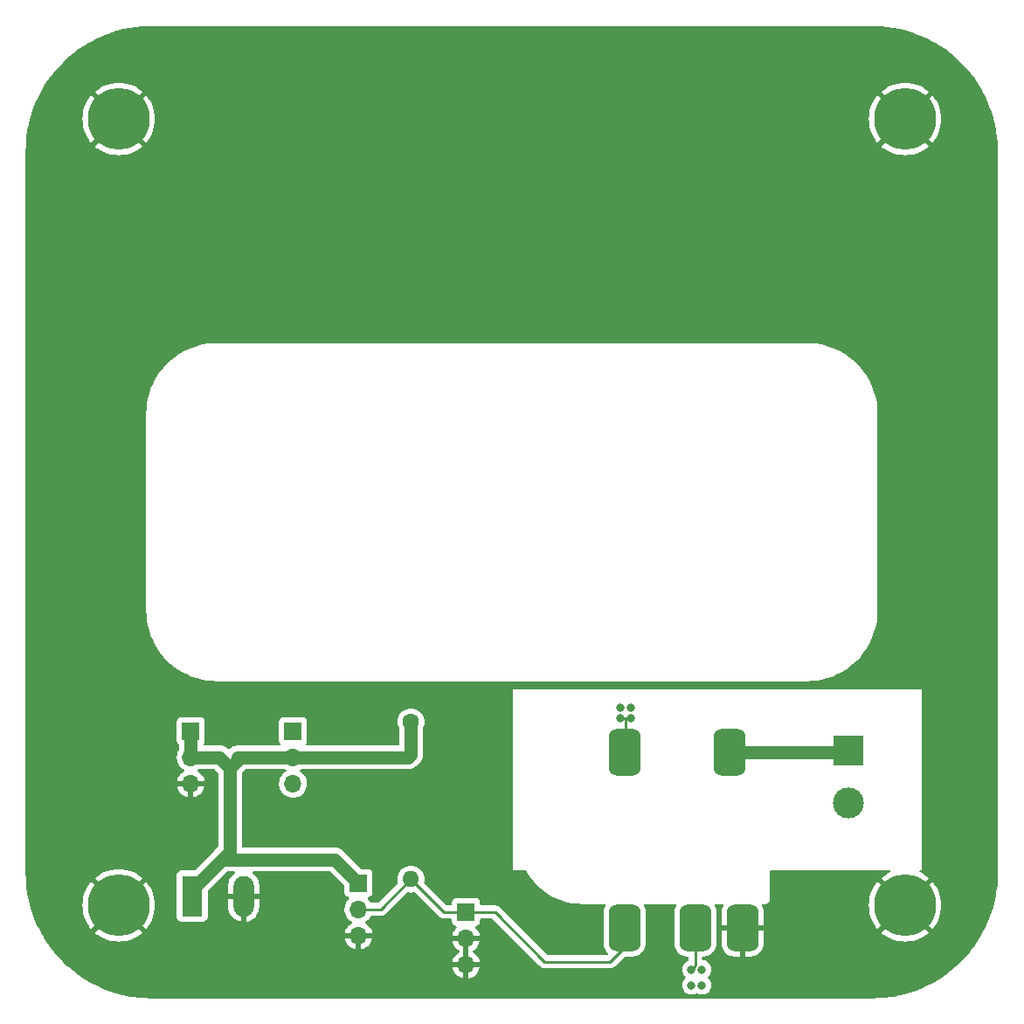
<source format=gbr>
%TF.GenerationSoftware,KiCad,Pcbnew,(6.0.0)*%
%TF.CreationDate,2022-09-01T11:05:02-05:00*%
%TF.ProjectId,SAQ-HV,5341512d-4856-42e6-9b69-6361645f7063,rev?*%
%TF.SameCoordinates,Original*%
%TF.FileFunction,Copper,L1,Top*%
%TF.FilePolarity,Positive*%
%FSLAX46Y46*%
G04 Gerber Fmt 4.6, Leading zero omitted, Abs format (unit mm)*
G04 Created by KiCad (PCBNEW (6.0.0)) date 2022-09-01 11:05:02*
%MOMM*%
%LPD*%
G01*
G04 APERTURE LIST*
G04 Aperture macros list*
%AMRoundRect*
0 Rectangle with rounded corners*
0 $1 Rounding radius*
0 $2 $3 $4 $5 $6 $7 $8 $9 X,Y pos of 4 corners*
0 Add a 4 corners polygon primitive as box body*
4,1,4,$2,$3,$4,$5,$6,$7,$8,$9,$2,$3,0*
0 Add four circle primitives for the rounded corners*
1,1,$1+$1,$2,$3*
1,1,$1+$1,$4,$5*
1,1,$1+$1,$6,$7*
1,1,$1+$1,$8,$9*
0 Add four rect primitives between the rounded corners*
20,1,$1+$1,$2,$3,$4,$5,0*
20,1,$1+$1,$4,$5,$6,$7,0*
20,1,$1+$1,$6,$7,$8,$9,0*
20,1,$1+$1,$8,$9,$2,$3,0*%
G04 Aperture macros list end*
%TA.AperFunction,ComponentPad*%
%ADD10C,6.000000*%
%TD*%
%TA.AperFunction,ComponentPad*%
%ADD11R,3.000000X3.000000*%
%TD*%
%TA.AperFunction,ComponentPad*%
%ADD12C,3.000000*%
%TD*%
%TA.AperFunction,ComponentPad*%
%ADD13R,1.700000X1.700000*%
%TD*%
%TA.AperFunction,ComponentPad*%
%ADD14O,1.700000X1.700000*%
%TD*%
%TA.AperFunction,ComponentPad*%
%ADD15C,1.600000*%
%TD*%
%TA.AperFunction,ComponentPad*%
%ADD16O,1.600000X1.600000*%
%TD*%
%TA.AperFunction,SMDPad,CuDef*%
%ADD17RoundRect,0.762000X0.762000X1.524000X-0.762000X1.524000X-0.762000X-1.524000X0.762000X-1.524000X0*%
%TD*%
%TA.AperFunction,ComponentPad*%
%ADD18R,1.980000X3.960000*%
%TD*%
%TA.AperFunction,ComponentPad*%
%ADD19O,1.980000X3.960000*%
%TD*%
%TA.AperFunction,ViaPad*%
%ADD20C,0.800000*%
%TD*%
%TA.AperFunction,Conductor*%
%ADD21C,1.270000*%
%TD*%
%TA.AperFunction,Conductor*%
%ADD22C,0.250000*%
%TD*%
G04 APERTURE END LIST*
D10*
%TO.P,H4,1,1*%
%TO.N,Meter GND*%
X9525000Y-85725000D03*
%TD*%
D11*
%TO.P,J4,1,Pin_1*%
%TO.N,Net-(HV1-Pad3)*%
X80264000Y-70739000D03*
D12*
%TO.P,J4,2,Pin_2*%
%TO.N,Net-(HV1-Pad4)*%
X80264000Y-75819000D03*
%TD*%
D13*
%TO.P,J2,1,Pin_1*%
%TO.N,Meter PWR*%
X32766000Y-83566000D03*
D14*
%TO.P,J2,2,Pin_2*%
%TO.N,Meter2 SEN*%
X32766000Y-86106000D03*
%TO.P,J2,3,Pin_3*%
%TO.N,Meter GND*%
X32766000Y-88646000D03*
%TD*%
D15*
%TO.P,R1,1*%
%TO.N,Meter PWR*%
X37846000Y-67945000D03*
D16*
%TO.P,R1,2*%
%TO.N,Meter2 SEN*%
X37846000Y-83185000D03*
%TD*%
D10*
%TO.P,H2,1,1*%
%TO.N,Meter GND*%
X85725000Y-85725000D03*
%TD*%
D17*
%TO.P,HV1,1,-IN*%
%TO.N,Meter GND*%
X69977000Y-87884000D03*
%TO.P,HV1,2,+IN*%
%TO.N,Net-(HV1-Pad2)*%
X65405000Y-87884000D03*
%TO.P,HV1,3,HV-OUT*%
%TO.N,Net-(HV1-Pad3)*%
X68707000Y-70866000D03*
%TO.P,HV1,4,HV-RTN*%
%TO.N,Net-(HV1-Pad4)*%
X58547000Y-70866000D03*
%TO.P,HV1,5,CTL*%
%TO.N,Meter2 SEN*%
X58547000Y-87884000D03*
%TD*%
D13*
%TO.P,J3,1,Pin_1*%
%TO.N,Net-(J3-Pad1)*%
X26416000Y-68849000D03*
D14*
%TO.P,J3,2,Pin_2*%
%TO.N,Meter PWR*%
X26416000Y-71389000D03*
%TO.P,J3,3,Pin_3*%
%TO.N,Net-(HV1-Pad2)*%
X26416000Y-73929000D03*
%TD*%
D13*
%TO.P,J5,1,Pin_1*%
%TO.N,Meter2 SEN*%
X43180000Y-86375000D03*
D14*
%TO.P,J5,2,Pin_2*%
%TO.N,Meter GND*%
X43180000Y-88915000D03*
%TO.P,J5,3,Pin_3*%
X43180000Y-91455000D03*
%TD*%
D13*
%TO.P,J1,1,Pin_1*%
%TO.N,Meter PWR*%
X16510000Y-68834000D03*
D14*
%TO.P,J1,2,Pin_2*%
X16510000Y-71374000D03*
%TO.P,J1,3,Pin_3*%
%TO.N,Meter GND*%
X16510000Y-73914000D03*
%TD*%
D18*
%TO.P,BT1,1,+*%
%TO.N,Meter PWR*%
X16637000Y-84836000D03*
D19*
%TO.P,BT1,2,-*%
%TO.N,Meter GND*%
X21637000Y-84836000D03*
%TD*%
D10*
%TO.P,H3,1,1*%
%TO.N,Meter GND*%
X9525000Y-9525000D03*
%TD*%
%TO.P,H1,1,1*%
%TO.N,Meter GND*%
X85725000Y-9525000D03*
%TD*%
D20*
%TO.N,Net-(HV1-Pad2)*%
X66040000Y-91948000D03*
X65024000Y-91948000D03*
X66040000Y-93472000D03*
X65024000Y-93472000D03*
%TO.N,Net-(HV1-Pad4)*%
X58166000Y-66548000D03*
X59182000Y-67564000D03*
X58166000Y-67564000D03*
X59182000Y-66548000D03*
%TD*%
D21*
%TO.N,Meter PWR*%
X37846000Y-71120000D02*
X37846000Y-67945000D01*
X37577000Y-71389000D02*
X37846000Y-71120000D01*
X16637000Y-84201000D02*
X16637000Y-84836000D01*
X20320000Y-72390000D02*
X21082000Y-71628000D01*
X26416000Y-71389000D02*
X37577000Y-71389000D01*
X32766000Y-83566000D02*
X30480000Y-81280000D01*
X21082000Y-71374000D02*
X21097000Y-71389000D01*
X20320000Y-72390000D02*
X20320000Y-80518000D01*
X30480000Y-81280000D02*
X19558000Y-81280000D01*
X21097000Y-71389000D02*
X26416000Y-71389000D01*
X19558000Y-81280000D02*
X16637000Y-84201000D01*
X20320000Y-72390000D02*
X19304000Y-71374000D01*
X20320000Y-80518000D02*
X19558000Y-81280000D01*
X16510000Y-68834000D02*
X16510000Y-71374000D01*
X19304000Y-71374000D02*
X16510000Y-71374000D01*
X21082000Y-71628000D02*
X21082000Y-71374000D01*
D22*
%TO.N,Net-(HV1-Pad2)*%
X65405000Y-87884000D02*
X65405000Y-91567000D01*
X65405000Y-91567000D02*
X65024000Y-91948000D01*
D21*
%TO.N,Net-(HV1-Pad3)*%
X80137000Y-70866000D02*
X80264000Y-70739000D01*
X68707000Y-70866000D02*
X80137000Y-70866000D01*
D22*
%TO.N,Net-(HV1-Pad4)*%
X58674000Y-67564000D02*
X58674000Y-70739000D01*
X58674000Y-70739000D02*
X58547000Y-70866000D01*
X58166000Y-67564000D02*
X58674000Y-67564000D01*
X58674000Y-67564000D02*
X59182000Y-67564000D01*
%TO.N,Meter2 SEN*%
X45989000Y-86375000D02*
X50800000Y-91186000D01*
X32766000Y-86106000D02*
X34925000Y-86106000D01*
X57150000Y-91186000D02*
X50800000Y-91186000D01*
X58547000Y-87884000D02*
X58547000Y-89789000D01*
X58547000Y-89789000D02*
X57150000Y-91186000D01*
X41036000Y-86375000D02*
X37846000Y-83185000D01*
X43180000Y-86375000D02*
X45989000Y-86375000D01*
X34925000Y-86106000D02*
X37846000Y-83185000D01*
X43165000Y-86360000D02*
X43180000Y-86375000D01*
X43180000Y-86375000D02*
X41036000Y-86375000D01*
%TD*%
%TA.AperFunction,Conductor*%
%TO.N,Meter GND*%
G36*
X82520057Y-509500D02*
G01*
X82534858Y-511805D01*
X82534861Y-511805D01*
X82543730Y-513186D01*
X82567595Y-510065D01*
X82587468Y-509051D01*
X83230073Y-527081D01*
X83237129Y-527477D01*
X83582516Y-556610D01*
X83911550Y-584364D01*
X83918555Y-585153D01*
X84139103Y-616289D01*
X84588740Y-679768D01*
X84595707Y-680952D01*
X85259510Y-812990D01*
X85266401Y-814563D01*
X85615812Y-904694D01*
X85921756Y-983613D01*
X85928532Y-985565D01*
X86573405Y-1191104D01*
X86580075Y-1193439D01*
X87212379Y-1434803D01*
X87218872Y-1437491D01*
X87836696Y-1713950D01*
X87843050Y-1717009D01*
X88444372Y-2027659D01*
X88450538Y-2031067D01*
X88831369Y-2255714D01*
X89033490Y-2374943D01*
X89039474Y-2378703D01*
X89602223Y-2754720D01*
X89607987Y-2758810D01*
X90148754Y-3165778D01*
X90154280Y-3170184D01*
X90671400Y-3606854D01*
X90676670Y-3611564D01*
X91168477Y-4076526D01*
X91173474Y-4081523D01*
X91638436Y-4573330D01*
X91643146Y-4578600D01*
X92079816Y-5095720D01*
X92084222Y-5101246D01*
X92491190Y-5642013D01*
X92495280Y-5647777D01*
X92871297Y-6210526D01*
X92875057Y-6216510D01*
X93161228Y-6701638D01*
X93218927Y-6799452D01*
X93222341Y-6805628D01*
X93448481Y-7243366D01*
X93532987Y-7406943D01*
X93536050Y-7413304D01*
X93812509Y-8031128D01*
X93815197Y-8037621D01*
X94056561Y-8669924D01*
X94058896Y-8676595D01*
X94264433Y-9321460D01*
X94266387Y-9328244D01*
X94317992Y-9528301D01*
X94435437Y-9983599D01*
X94437010Y-9990490D01*
X94569048Y-10654293D01*
X94570232Y-10661260D01*
X94664846Y-11331435D01*
X94665636Y-11338450D01*
X94687051Y-11592338D01*
X94722523Y-12012871D01*
X94722919Y-12019927D01*
X94740736Y-12654937D01*
X94739287Y-12677849D01*
X94736814Y-12693730D01*
X94737978Y-12702632D01*
X94737978Y-12702635D01*
X94740936Y-12725251D01*
X94742000Y-12741589D01*
X94742000Y-82500672D01*
X94740500Y-82520057D01*
X94738448Y-82533238D01*
X94736814Y-82543730D01*
X94738637Y-82557669D01*
X94739935Y-82567595D01*
X94740949Y-82587468D01*
X94722919Y-83230073D01*
X94722523Y-83237129D01*
X94706572Y-83426232D01*
X94668564Y-83876844D01*
X94665637Y-83911541D01*
X94664847Y-83918555D01*
X94663078Y-83931085D01*
X94570232Y-84588740D01*
X94569048Y-84595707D01*
X94437010Y-85259510D01*
X94435437Y-85266401D01*
X94356611Y-85571984D01*
X94271569Y-85901669D01*
X94266389Y-85921749D01*
X94264435Y-85928532D01*
X94072234Y-86531557D01*
X94058896Y-86573405D01*
X94056561Y-86580075D01*
X93815197Y-87212379D01*
X93812509Y-87218872D01*
X93547658Y-87810757D01*
X93536054Y-87836689D01*
X93532991Y-87843050D01*
X93224712Y-88439783D01*
X93222346Y-88444362D01*
X93218933Y-88450538D01*
X93031263Y-88768683D01*
X92875057Y-89033490D01*
X92871297Y-89039474D01*
X92495280Y-89602223D01*
X92491190Y-89607987D01*
X92277537Y-89891883D01*
X92112958Y-90110571D01*
X92084222Y-90148754D01*
X92079819Y-90154276D01*
X91959425Y-90296851D01*
X91643146Y-90671400D01*
X91638436Y-90676670D01*
X91173474Y-91168477D01*
X91168477Y-91173474D01*
X90676670Y-91638436D01*
X90671400Y-91643146D01*
X90154280Y-92079816D01*
X90148754Y-92084222D01*
X89607987Y-92491190D01*
X89602223Y-92495280D01*
X89039474Y-92871297D01*
X89033490Y-92875057D01*
X88450538Y-93218933D01*
X88444372Y-93222341D01*
X87843050Y-93532991D01*
X87836696Y-93536050D01*
X87218872Y-93812509D01*
X87212379Y-93815197D01*
X86580076Y-94056561D01*
X86573406Y-94058896D01*
X85928532Y-94264435D01*
X85921756Y-94266387D01*
X85704421Y-94322449D01*
X85266401Y-94435437D01*
X85259510Y-94437010D01*
X84595707Y-94569048D01*
X84588740Y-94570232D01*
X84139103Y-94633711D01*
X83918555Y-94664847D01*
X83911550Y-94665636D01*
X83582516Y-94693390D01*
X83237129Y-94722523D01*
X83230073Y-94722919D01*
X82990839Y-94729631D01*
X82595058Y-94740736D01*
X82572151Y-94739287D01*
X82556270Y-94736814D01*
X82547368Y-94737978D01*
X82547365Y-94737978D01*
X82524749Y-94740936D01*
X82508411Y-94742000D01*
X12749328Y-94742000D01*
X12729943Y-94740500D01*
X12715142Y-94738195D01*
X12715139Y-94738195D01*
X12706270Y-94736814D01*
X12682405Y-94739935D01*
X12662532Y-94740949D01*
X12019927Y-94722919D01*
X12012871Y-94722523D01*
X11667484Y-94693390D01*
X11338450Y-94665636D01*
X11331445Y-94664847D01*
X11110897Y-94633711D01*
X10661260Y-94570232D01*
X10654293Y-94569048D01*
X9990490Y-94437010D01*
X9983599Y-94435437D01*
X9545579Y-94322449D01*
X9328244Y-94266387D01*
X9321468Y-94264435D01*
X8676594Y-94058896D01*
X8669924Y-94056561D01*
X8037621Y-93815197D01*
X8031128Y-93812509D01*
X7413304Y-93536050D01*
X7406950Y-93532991D01*
X6805628Y-93222341D01*
X6799462Y-93218933D01*
X6216510Y-92875057D01*
X6210526Y-92871297D01*
X5647777Y-92495280D01*
X5642013Y-92491190D01*
X5101246Y-92084222D01*
X5095720Y-92079816D01*
X4673126Y-91722966D01*
X41848257Y-91722966D01*
X41878565Y-91857446D01*
X41881645Y-91867275D01*
X41961770Y-92064603D01*
X41966413Y-92073794D01*
X42077694Y-92255388D01*
X42083777Y-92263699D01*
X42223213Y-92424667D01*
X42230580Y-92431883D01*
X42394434Y-92567916D01*
X42402881Y-92573831D01*
X42586756Y-92681279D01*
X42596042Y-92685729D01*
X42795001Y-92761703D01*
X42804899Y-92764579D01*
X42908250Y-92785606D01*
X42922299Y-92784410D01*
X42926000Y-92774065D01*
X42926000Y-92773517D01*
X43434000Y-92773517D01*
X43438064Y-92787359D01*
X43451478Y-92789393D01*
X43458184Y-92788534D01*
X43468262Y-92786392D01*
X43672255Y-92725191D01*
X43681842Y-92721433D01*
X43873095Y-92627739D01*
X43881945Y-92622464D01*
X44055328Y-92498792D01*
X44063200Y-92492139D01*
X44214052Y-92341812D01*
X44220730Y-92333965D01*
X44345003Y-92161020D01*
X44350313Y-92152183D01*
X44444670Y-91961267D01*
X44448469Y-91951672D01*
X44510377Y-91747910D01*
X44512555Y-91737837D01*
X44513986Y-91726962D01*
X44511775Y-91712778D01*
X44498617Y-91709000D01*
X43452115Y-91709000D01*
X43436876Y-91713475D01*
X43435671Y-91714865D01*
X43434000Y-91722548D01*
X43434000Y-92773517D01*
X42926000Y-92773517D01*
X42926000Y-91727115D01*
X42921525Y-91711876D01*
X42920135Y-91710671D01*
X42912452Y-91709000D01*
X41863225Y-91709000D01*
X41849694Y-91712973D01*
X41848257Y-91722966D01*
X4673126Y-91722966D01*
X4578600Y-91643146D01*
X4573330Y-91638436D01*
X4098139Y-91189183D01*
X41844389Y-91189183D01*
X41845912Y-91197607D01*
X41858292Y-91201000D01*
X42907885Y-91201000D01*
X42923124Y-91196525D01*
X42924329Y-91195135D01*
X42926000Y-91187452D01*
X42926000Y-91182885D01*
X43434000Y-91182885D01*
X43438475Y-91198124D01*
X43439865Y-91199329D01*
X43447548Y-91201000D01*
X44498344Y-91201000D01*
X44511875Y-91197027D01*
X44513180Y-91187947D01*
X44471214Y-91020875D01*
X44467894Y-91011124D01*
X44382972Y-90815814D01*
X44378105Y-90806739D01*
X44262426Y-90627926D01*
X44256136Y-90619757D01*
X44112806Y-90462240D01*
X44105273Y-90455215D01*
X43938139Y-90323222D01*
X43929552Y-90317517D01*
X43892116Y-90296851D01*
X43842146Y-90246419D01*
X43827374Y-90176976D01*
X43852490Y-90110571D01*
X43879842Y-90083964D01*
X44055327Y-89958792D01*
X44063200Y-89952139D01*
X44214052Y-89801812D01*
X44220730Y-89793965D01*
X44345003Y-89621020D01*
X44350313Y-89612183D01*
X44444670Y-89421267D01*
X44448469Y-89411672D01*
X44510377Y-89207910D01*
X44512555Y-89197837D01*
X44513986Y-89186962D01*
X44511775Y-89172778D01*
X44498617Y-89169000D01*
X43452115Y-89169000D01*
X43436876Y-89173475D01*
X43435671Y-89174865D01*
X43434000Y-89182548D01*
X43434000Y-91182885D01*
X42926000Y-91182885D01*
X42926000Y-89187115D01*
X42921525Y-89171876D01*
X42920135Y-89170671D01*
X42912452Y-89169000D01*
X41863225Y-89169000D01*
X41849694Y-89172973D01*
X41848257Y-89182966D01*
X41878565Y-89317446D01*
X41881645Y-89327275D01*
X41961770Y-89524603D01*
X41966413Y-89533794D01*
X42077694Y-89715388D01*
X42083777Y-89723699D01*
X42223213Y-89884667D01*
X42230580Y-89891883D01*
X42394434Y-90027916D01*
X42402881Y-90033831D01*
X42472479Y-90074501D01*
X42521203Y-90126140D01*
X42534274Y-90195923D01*
X42507543Y-90261694D01*
X42467087Y-90295053D01*
X42458462Y-90299542D01*
X42449738Y-90305036D01*
X42279433Y-90432905D01*
X42271726Y-90439748D01*
X42124590Y-90593717D01*
X42118104Y-90601727D01*
X41998098Y-90777649D01*
X41993000Y-90786623D01*
X41903338Y-90979783D01*
X41899775Y-90989470D01*
X41844389Y-91189183D01*
X4098139Y-91189183D01*
X4081523Y-91173474D01*
X4076526Y-91168477D01*
X3611564Y-90676670D01*
X3606854Y-90671400D01*
X3290575Y-90296851D01*
X3170181Y-90154276D01*
X3165778Y-90148754D01*
X3137043Y-90110571D01*
X2972463Y-89891883D01*
X2758810Y-89607987D01*
X2754720Y-89602223D01*
X2378703Y-89039474D01*
X2374943Y-89033490D01*
X2218737Y-88768683D01*
X2031067Y-88450538D01*
X2027654Y-88444362D01*
X2025289Y-88439783D01*
X1994500Y-88380186D01*
X7234960Y-88380186D01*
X7242418Y-88390554D01*
X7457662Y-88564854D01*
X7462984Y-88568721D01*
X7765823Y-88765387D01*
X7771532Y-88768683D01*
X8093275Y-88932620D01*
X8099286Y-88935296D01*
X8436395Y-89064700D01*
X8442672Y-89066740D01*
X8791463Y-89160198D01*
X8797901Y-89161567D01*
X9154560Y-89218055D01*
X9161104Y-89218743D01*
X9521699Y-89237641D01*
X9528301Y-89237641D01*
X9888896Y-89218743D01*
X9895440Y-89218055D01*
X10252099Y-89161567D01*
X10258537Y-89160198D01*
X10607328Y-89066740D01*
X10613605Y-89064700D01*
X10950714Y-88935296D01*
X10956725Y-88932620D01*
X10993335Y-88913966D01*
X31434257Y-88913966D01*
X31464565Y-89048446D01*
X31467645Y-89058275D01*
X31547770Y-89255603D01*
X31552413Y-89264794D01*
X31663694Y-89446388D01*
X31669777Y-89454699D01*
X31809213Y-89615667D01*
X31816580Y-89622883D01*
X31980434Y-89758916D01*
X31988881Y-89764831D01*
X32172756Y-89872279D01*
X32182042Y-89876729D01*
X32381001Y-89952703D01*
X32390899Y-89955579D01*
X32494250Y-89976606D01*
X32508299Y-89975410D01*
X32512000Y-89965065D01*
X32512000Y-89964517D01*
X33020000Y-89964517D01*
X33024064Y-89978359D01*
X33037478Y-89980393D01*
X33044184Y-89979534D01*
X33054262Y-89977392D01*
X33258255Y-89916191D01*
X33267842Y-89912433D01*
X33459095Y-89818739D01*
X33467945Y-89813464D01*
X33641328Y-89689792D01*
X33649200Y-89683139D01*
X33800052Y-89532812D01*
X33806730Y-89524965D01*
X33931003Y-89352020D01*
X33936313Y-89343183D01*
X34030670Y-89152267D01*
X34034469Y-89142672D01*
X34096377Y-88938910D01*
X34098555Y-88928837D01*
X34099986Y-88917962D01*
X34097775Y-88903778D01*
X34084617Y-88900000D01*
X33038115Y-88900000D01*
X33022876Y-88904475D01*
X33021671Y-88905865D01*
X33020000Y-88913548D01*
X33020000Y-89964517D01*
X32512000Y-89964517D01*
X32512000Y-88918115D01*
X32507525Y-88902876D01*
X32506135Y-88901671D01*
X32498452Y-88900000D01*
X31449225Y-88900000D01*
X31435694Y-88903973D01*
X31434257Y-88913966D01*
X10993335Y-88913966D01*
X11278468Y-88768683D01*
X11284177Y-88765387D01*
X11587016Y-88568721D01*
X11592338Y-88564854D01*
X11806634Y-88391322D01*
X11815100Y-88379067D01*
X11808766Y-88367976D01*
X9537812Y-86097022D01*
X9523868Y-86089408D01*
X9522035Y-86089539D01*
X9515420Y-86093790D01*
X7242100Y-88367110D01*
X7234960Y-88380186D01*
X1994500Y-88380186D01*
X1717009Y-87843050D01*
X1713946Y-87836689D01*
X1702342Y-87810757D01*
X1437491Y-87218872D01*
X1434803Y-87212379D01*
X1193439Y-86580075D01*
X1191104Y-86573405D01*
X1177766Y-86531557D01*
X985565Y-85928532D01*
X983611Y-85921749D01*
X978432Y-85901669D01*
X933711Y-85728301D01*
X6012359Y-85728301D01*
X6031257Y-86088896D01*
X6031945Y-86095440D01*
X6088433Y-86452099D01*
X6089802Y-86458537D01*
X6183260Y-86807328D01*
X6185300Y-86813605D01*
X6314704Y-87150714D01*
X6317380Y-87156725D01*
X6481317Y-87478468D01*
X6484613Y-87484177D01*
X6681279Y-87787016D01*
X6685146Y-87792338D01*
X6858678Y-88006634D01*
X6870933Y-88015100D01*
X6882024Y-88008766D01*
X9152978Y-85737812D01*
X9159356Y-85726132D01*
X9889408Y-85726132D01*
X9889539Y-85727965D01*
X9893790Y-85734580D01*
X12167110Y-88007900D01*
X12180186Y-88015040D01*
X12190554Y-88007582D01*
X12364854Y-87792338D01*
X12368721Y-87787016D01*
X12565387Y-87484177D01*
X12568683Y-87478468D01*
X12732620Y-87156725D01*
X12735296Y-87150714D01*
X12845304Y-86864134D01*
X15138500Y-86864134D01*
X15145255Y-86926316D01*
X15196385Y-87062705D01*
X15283739Y-87179261D01*
X15400295Y-87266615D01*
X15536684Y-87317745D01*
X15598866Y-87324500D01*
X17675134Y-87324500D01*
X17737316Y-87317745D01*
X17873705Y-87266615D01*
X17990261Y-87179261D01*
X18077615Y-87062705D01*
X18128745Y-86926316D01*
X18135500Y-86864134D01*
X18135500Y-85885857D01*
X20139000Y-85885857D01*
X20139212Y-85891030D01*
X20153626Y-86066350D01*
X20155309Y-86076512D01*
X20212800Y-86305396D01*
X20216121Y-86315151D01*
X20310218Y-86531557D01*
X20315096Y-86540655D01*
X20443273Y-86738787D01*
X20449563Y-86746956D01*
X20608387Y-86921501D01*
X20615920Y-86928526D01*
X20801120Y-87074787D01*
X20809707Y-87080492D01*
X21016297Y-87194536D01*
X21025709Y-87198766D01*
X21248156Y-87277539D01*
X21258127Y-87280173D01*
X21365163Y-87299239D01*
X21378460Y-87297779D01*
X21382591Y-87284534D01*
X21891000Y-87284534D01*
X21894918Y-87297878D01*
X21909194Y-87299865D01*
X21980236Y-87288994D01*
X21990263Y-87286605D01*
X22214570Y-87213291D01*
X22224079Y-87209294D01*
X22433395Y-87100331D01*
X22442120Y-87094837D01*
X22630835Y-86953146D01*
X22638542Y-86946303D01*
X22801584Y-86775690D01*
X22808067Y-86767684D01*
X22941057Y-86572726D01*
X22946143Y-86563774D01*
X23045506Y-86349715D01*
X23049060Y-86340055D01*
X23112130Y-86112631D01*
X23114057Y-86102527D01*
X23134644Y-85909898D01*
X23135000Y-85903206D01*
X23135000Y-85108115D01*
X23130525Y-85092876D01*
X23129135Y-85091671D01*
X23121452Y-85090000D01*
X21909115Y-85090000D01*
X21893876Y-85094475D01*
X21892671Y-85095865D01*
X21891000Y-85103548D01*
X21891000Y-87284534D01*
X21382591Y-87284534D01*
X21383000Y-87283222D01*
X21383000Y-85108115D01*
X21378525Y-85092876D01*
X21377135Y-85091671D01*
X21369452Y-85090000D01*
X20157115Y-85090000D01*
X20141876Y-85094475D01*
X20140671Y-85095865D01*
X20139000Y-85103548D01*
X20139000Y-85885857D01*
X18135500Y-85885857D01*
X18135500Y-84371843D01*
X18155502Y-84303722D01*
X18172405Y-84282748D01*
X19994748Y-82460405D01*
X20057060Y-82426379D01*
X20083843Y-82423500D01*
X20658871Y-82423500D01*
X20726992Y-82443502D01*
X20773485Y-82497158D01*
X20783589Y-82567432D01*
X20754095Y-82632012D01*
X20734524Y-82650260D01*
X20643165Y-82718854D01*
X20635458Y-82725697D01*
X20472416Y-82896310D01*
X20465933Y-82904316D01*
X20332943Y-83099274D01*
X20327857Y-83108226D01*
X20228494Y-83322285D01*
X20224940Y-83331945D01*
X20161870Y-83559369D01*
X20159943Y-83569473D01*
X20139356Y-83762102D01*
X20139000Y-83768794D01*
X20139000Y-84563885D01*
X20143475Y-84579124D01*
X20144865Y-84580329D01*
X20152548Y-84582000D01*
X23116885Y-84582000D01*
X23132124Y-84577525D01*
X23133329Y-84576135D01*
X23135000Y-84568452D01*
X23135000Y-83786143D01*
X23134788Y-83780970D01*
X23120374Y-83605650D01*
X23118691Y-83595488D01*
X23061200Y-83366604D01*
X23057879Y-83356849D01*
X22963782Y-83140443D01*
X22958904Y-83131345D01*
X22830727Y-82933213D01*
X22824437Y-82925044D01*
X22665613Y-82750499D01*
X22658080Y-82743474D01*
X22537672Y-82648382D01*
X22496609Y-82590465D01*
X22493377Y-82519542D01*
X22529002Y-82458130D01*
X22592174Y-82425728D01*
X22615764Y-82423500D01*
X29954157Y-82423500D01*
X30022278Y-82443502D01*
X30043252Y-82460405D01*
X31370595Y-83787749D01*
X31404621Y-83850061D01*
X31407500Y-83876844D01*
X31407500Y-84464134D01*
X31414255Y-84526316D01*
X31465385Y-84662705D01*
X31552739Y-84779261D01*
X31669295Y-84866615D01*
X31677704Y-84869767D01*
X31677705Y-84869768D01*
X31786451Y-84910535D01*
X31843216Y-84953176D01*
X31867916Y-85019738D01*
X31852709Y-85089087D01*
X31833316Y-85115568D01*
X31782333Y-85168919D01*
X31706629Y-85248138D01*
X31703715Y-85252410D01*
X31703714Y-85252411D01*
X31650748Y-85330056D01*
X31580743Y-85432680D01*
X31541831Y-85516509D01*
X31494720Y-85618002D01*
X31486688Y-85635305D01*
X31426989Y-85850570D01*
X31403251Y-86072695D01*
X31403548Y-86077848D01*
X31403548Y-86077851D01*
X31407630Y-86148649D01*
X31416110Y-86295715D01*
X31417247Y-86300761D01*
X31417248Y-86300767D01*
X31441304Y-86407508D01*
X31465222Y-86513639D01*
X31525014Y-86660890D01*
X31542662Y-86704351D01*
X31549266Y-86720616D01*
X31578109Y-86767684D01*
X31637214Y-86864134D01*
X31665987Y-86911088D01*
X31812250Y-87079938D01*
X31904741Y-87156725D01*
X31971755Y-87212361D01*
X31984126Y-87222632D01*
X32050177Y-87261229D01*
X32057955Y-87265774D01*
X32106679Y-87317412D01*
X32119750Y-87387195D01*
X32093019Y-87452967D01*
X32052562Y-87486327D01*
X32044457Y-87490546D01*
X32035738Y-87496036D01*
X31865433Y-87623905D01*
X31857726Y-87630748D01*
X31710590Y-87784717D01*
X31704104Y-87792727D01*
X31584098Y-87968649D01*
X31579000Y-87977623D01*
X31489338Y-88170783D01*
X31485775Y-88180470D01*
X31430389Y-88380183D01*
X31431912Y-88388607D01*
X31444292Y-88392000D01*
X34084344Y-88392000D01*
X34097875Y-88388027D01*
X34099180Y-88378947D01*
X34057214Y-88211875D01*
X34053894Y-88202124D01*
X33968972Y-88006814D01*
X33964105Y-87997739D01*
X33848426Y-87818926D01*
X33842136Y-87810757D01*
X33698806Y-87653240D01*
X33691273Y-87646215D01*
X33524139Y-87514222D01*
X33515556Y-87508520D01*
X33478602Y-87488120D01*
X33428631Y-87437687D01*
X33413859Y-87368245D01*
X33438975Y-87301839D01*
X33466327Y-87275232D01*
X33489797Y-87258491D01*
X33645860Y-87147173D01*
X33658578Y-87134500D01*
X33764946Y-87028502D01*
X33804096Y-86989489D01*
X33815419Y-86973732D01*
X33931435Y-86812277D01*
X33934453Y-86808077D01*
X33936746Y-86803437D01*
X33938446Y-86800608D01*
X33990674Y-86752518D01*
X34046451Y-86739500D01*
X34846233Y-86739500D01*
X34857416Y-86740027D01*
X34864909Y-86741702D01*
X34872835Y-86741453D01*
X34872836Y-86741453D01*
X34932986Y-86739562D01*
X34936945Y-86739500D01*
X34964856Y-86739500D01*
X34968791Y-86739003D01*
X34968856Y-86738995D01*
X34980693Y-86738062D01*
X35012951Y-86737048D01*
X35016970Y-86736922D01*
X35024889Y-86736673D01*
X35044343Y-86731021D01*
X35063700Y-86727013D01*
X35075930Y-86725468D01*
X35075931Y-86725468D01*
X35083797Y-86724474D01*
X35091168Y-86721555D01*
X35091170Y-86721555D01*
X35124912Y-86708196D01*
X35136142Y-86704351D01*
X35170983Y-86694229D01*
X35170984Y-86694229D01*
X35178593Y-86692018D01*
X35185412Y-86687985D01*
X35185417Y-86687983D01*
X35196028Y-86681707D01*
X35213776Y-86673012D01*
X35232617Y-86665552D01*
X35268387Y-86639564D01*
X35278307Y-86633048D01*
X35309535Y-86614580D01*
X35309538Y-86614578D01*
X35316362Y-86610542D01*
X35330683Y-86596221D01*
X35345717Y-86583380D01*
X35362107Y-86571472D01*
X35390298Y-86537395D01*
X35398288Y-86528616D01*
X37432752Y-84494152D01*
X37495064Y-84460126D01*
X37554459Y-84461541D01*
X37612591Y-84477118D01*
X37612602Y-84477120D01*
X37617913Y-84478543D01*
X37846000Y-84498498D01*
X38074087Y-84478543D01*
X38079398Y-84477120D01*
X38079409Y-84477118D01*
X38137541Y-84461541D01*
X38208517Y-84463230D01*
X38259248Y-84494152D01*
X40532343Y-86767247D01*
X40539887Y-86775537D01*
X40544000Y-86782018D01*
X40549777Y-86787443D01*
X40593667Y-86828658D01*
X40596509Y-86831413D01*
X40616230Y-86851134D01*
X40619425Y-86853612D01*
X40628447Y-86861318D01*
X40660679Y-86891586D01*
X40667628Y-86895406D01*
X40678432Y-86901346D01*
X40694956Y-86912199D01*
X40710959Y-86924613D01*
X40751543Y-86942176D01*
X40762173Y-86947383D01*
X40800940Y-86968695D01*
X40808617Y-86970666D01*
X40808622Y-86970668D01*
X40820558Y-86973732D01*
X40839266Y-86980137D01*
X40857855Y-86988181D01*
X40865683Y-86989421D01*
X40865690Y-86989423D01*
X40901524Y-86995099D01*
X40913144Y-86997505D01*
X40948289Y-87006528D01*
X40955970Y-87008500D01*
X40976224Y-87008500D01*
X40995934Y-87010051D01*
X41015943Y-87013220D01*
X41023835Y-87012474D01*
X41059961Y-87009059D01*
X41071819Y-87008500D01*
X41695500Y-87008500D01*
X41763621Y-87028502D01*
X41810114Y-87082158D01*
X41821500Y-87134500D01*
X41821500Y-87273134D01*
X41828255Y-87335316D01*
X41879385Y-87471705D01*
X41966739Y-87588261D01*
X42083295Y-87675615D01*
X42091704Y-87678767D01*
X42091705Y-87678768D01*
X42200960Y-87719726D01*
X42257725Y-87762367D01*
X42282425Y-87828929D01*
X42267218Y-87898278D01*
X42247825Y-87924759D01*
X42124590Y-88053717D01*
X42118104Y-88061727D01*
X41998098Y-88237649D01*
X41993000Y-88246623D01*
X41903338Y-88439783D01*
X41899775Y-88449470D01*
X41844389Y-88649183D01*
X41845912Y-88657607D01*
X41858292Y-88661000D01*
X44498344Y-88661000D01*
X44511875Y-88657027D01*
X44513180Y-88647947D01*
X44471214Y-88480875D01*
X44467894Y-88471124D01*
X44382972Y-88275814D01*
X44378105Y-88266739D01*
X44262426Y-88087926D01*
X44256136Y-88079757D01*
X44112293Y-87921677D01*
X44081241Y-87857831D01*
X44089635Y-87787333D01*
X44134812Y-87732564D01*
X44161256Y-87718895D01*
X44268297Y-87678767D01*
X44276705Y-87675615D01*
X44393261Y-87588261D01*
X44480615Y-87471705D01*
X44531745Y-87335316D01*
X44538500Y-87273134D01*
X44538500Y-87134500D01*
X44558502Y-87066379D01*
X44612158Y-87019886D01*
X44664500Y-87008500D01*
X45674406Y-87008500D01*
X45742527Y-87028502D01*
X45763501Y-87045405D01*
X50296343Y-91578247D01*
X50303887Y-91586537D01*
X50308000Y-91593018D01*
X50313777Y-91598443D01*
X50357667Y-91639658D01*
X50360509Y-91642413D01*
X50380230Y-91662134D01*
X50383425Y-91664612D01*
X50392447Y-91672318D01*
X50424679Y-91702586D01*
X50431628Y-91706406D01*
X50442432Y-91712346D01*
X50458956Y-91723199D01*
X50474959Y-91735613D01*
X50515543Y-91753176D01*
X50526173Y-91758383D01*
X50564940Y-91779695D01*
X50572617Y-91781666D01*
X50572622Y-91781668D01*
X50584558Y-91784732D01*
X50603266Y-91791137D01*
X50621855Y-91799181D01*
X50629680Y-91800420D01*
X50629682Y-91800421D01*
X50665519Y-91806097D01*
X50677140Y-91808504D01*
X50708959Y-91816673D01*
X50719970Y-91819500D01*
X50740231Y-91819500D01*
X50759940Y-91821051D01*
X50779943Y-91824219D01*
X50787835Y-91823473D01*
X50793062Y-91822979D01*
X50823954Y-91820059D01*
X50835811Y-91819500D01*
X57071233Y-91819500D01*
X57082416Y-91820027D01*
X57089909Y-91821702D01*
X57097835Y-91821453D01*
X57097836Y-91821453D01*
X57157986Y-91819562D01*
X57161945Y-91819500D01*
X57189856Y-91819500D01*
X57193791Y-91819003D01*
X57193856Y-91818995D01*
X57205693Y-91818062D01*
X57237951Y-91817048D01*
X57241970Y-91816922D01*
X57249889Y-91816673D01*
X57269343Y-91811021D01*
X57288700Y-91807013D01*
X57300930Y-91805468D01*
X57300931Y-91805468D01*
X57308797Y-91804474D01*
X57316168Y-91801555D01*
X57316170Y-91801555D01*
X57349912Y-91788196D01*
X57361142Y-91784351D01*
X57395983Y-91774229D01*
X57395984Y-91774229D01*
X57403593Y-91772018D01*
X57410412Y-91767985D01*
X57410417Y-91767983D01*
X57421028Y-91761707D01*
X57438776Y-91753012D01*
X57457617Y-91745552D01*
X57477987Y-91730753D01*
X57493387Y-91719564D01*
X57503307Y-91713048D01*
X57534535Y-91694580D01*
X57534538Y-91694578D01*
X57541362Y-91690542D01*
X57555683Y-91676221D01*
X57570717Y-91663380D01*
X57572432Y-91662134D01*
X57587107Y-91651472D01*
X57615298Y-91617395D01*
X57623288Y-91608616D01*
X58516499Y-90715405D01*
X58578811Y-90681379D01*
X58605594Y-90678500D01*
X59372134Y-90678500D01*
X59374674Y-90678293D01*
X59374684Y-90678293D01*
X59437285Y-90673201D01*
X59515147Y-90666868D01*
X59520349Y-90665532D01*
X59520351Y-90665532D01*
X59729375Y-90611863D01*
X59734816Y-90610466D01*
X59739919Y-90608130D01*
X59739921Y-90608129D01*
X59862126Y-90552179D01*
X59941024Y-90516057D01*
X60127256Y-90386623D01*
X60287623Y-90226256D01*
X60417057Y-90040024D01*
X60511466Y-89833816D01*
X60539740Y-89723699D01*
X60566532Y-89619351D01*
X60566532Y-89619349D01*
X60567868Y-89614147D01*
X60579500Y-89471134D01*
X60579500Y-86296866D01*
X60567868Y-86153853D01*
X60511466Y-85934184D01*
X60505594Y-85921357D01*
X60476776Y-85858414D01*
X60439250Y-85776449D01*
X60429079Y-85706187D01*
X60458511Y-85641578D01*
X60518200Y-85603138D01*
X60553814Y-85598000D01*
X63398186Y-85598000D01*
X63466307Y-85618002D01*
X63512800Y-85671658D01*
X63522904Y-85741932D01*
X63512751Y-85776448D01*
X63475224Y-85858414D01*
X63446407Y-85921357D01*
X63440534Y-85934184D01*
X63384132Y-86153853D01*
X63372500Y-86296866D01*
X63372500Y-89471134D01*
X63384132Y-89614147D01*
X63385468Y-89619349D01*
X63385468Y-89619351D01*
X63412260Y-89723699D01*
X63440534Y-89833816D01*
X63534943Y-90040024D01*
X63664377Y-90226256D01*
X63824744Y-90386623D01*
X64010976Y-90516057D01*
X64089874Y-90552179D01*
X64212079Y-90608129D01*
X64212081Y-90608130D01*
X64217184Y-90610466D01*
X64222625Y-90611863D01*
X64431649Y-90665532D01*
X64431651Y-90665532D01*
X64436853Y-90666868D01*
X64514715Y-90673201D01*
X64577316Y-90678293D01*
X64577326Y-90678293D01*
X64579866Y-90678500D01*
X64645500Y-90678500D01*
X64713621Y-90698502D01*
X64760114Y-90752158D01*
X64771500Y-90804500D01*
X64771500Y-90984118D01*
X64751498Y-91052239D01*
X64696748Y-91099225D01*
X64573281Y-91154195D01*
X64573274Y-91154199D01*
X64567248Y-91156882D01*
X64412747Y-91269134D01*
X64284960Y-91411056D01*
X64189473Y-91576444D01*
X64130458Y-91758072D01*
X64129768Y-91764633D01*
X64129768Y-91764635D01*
X64111186Y-91941435D01*
X64110496Y-91948000D01*
X64130458Y-92137928D01*
X64189473Y-92319556D01*
X64192776Y-92325278D01*
X64192777Y-92325279D01*
X64217917Y-92368822D01*
X64284960Y-92484944D01*
X64289378Y-92489851D01*
X64289379Y-92489852D01*
X64411688Y-92625690D01*
X64442406Y-92689697D01*
X64433641Y-92760151D01*
X64411688Y-92794310D01*
X64284960Y-92935056D01*
X64189473Y-93100444D01*
X64130458Y-93282072D01*
X64110496Y-93472000D01*
X64130458Y-93661928D01*
X64189473Y-93843556D01*
X64284960Y-94008944D01*
X64289378Y-94013851D01*
X64289379Y-94013852D01*
X64329937Y-94058896D01*
X64412747Y-94150866D01*
X64567248Y-94263118D01*
X64573276Y-94265802D01*
X64573278Y-94265803D01*
X64700508Y-94322449D01*
X64741712Y-94340794D01*
X64835113Y-94360647D01*
X64922056Y-94379128D01*
X64922061Y-94379128D01*
X64928513Y-94380500D01*
X65119487Y-94380500D01*
X65125939Y-94379128D01*
X65125944Y-94379128D01*
X65212887Y-94360647D01*
X65306288Y-94340794D01*
X65480752Y-94263118D01*
X65551118Y-94253684D01*
X65583247Y-94263118D01*
X65583248Y-94263118D01*
X65757712Y-94340794D01*
X65851113Y-94360647D01*
X65938056Y-94379128D01*
X65938061Y-94379128D01*
X65944513Y-94380500D01*
X66135487Y-94380500D01*
X66141939Y-94379128D01*
X66141944Y-94379128D01*
X66228887Y-94360647D01*
X66322288Y-94340794D01*
X66363492Y-94322449D01*
X66490722Y-94265803D01*
X66490724Y-94265802D01*
X66496752Y-94263118D01*
X66651253Y-94150866D01*
X66734063Y-94058896D01*
X66774621Y-94013852D01*
X66774622Y-94013851D01*
X66779040Y-94008944D01*
X66874527Y-93843556D01*
X66933542Y-93661928D01*
X66953504Y-93472000D01*
X66933542Y-93282072D01*
X66874527Y-93100444D01*
X66779040Y-92935056D01*
X66652312Y-92794310D01*
X66621594Y-92730303D01*
X66630359Y-92659849D01*
X66652312Y-92625690D01*
X66774621Y-92489852D01*
X66774622Y-92489851D01*
X66779040Y-92484944D01*
X66846083Y-92368822D01*
X66871223Y-92325279D01*
X66871224Y-92325278D01*
X66874527Y-92319556D01*
X66933542Y-92137928D01*
X66953504Y-91948000D01*
X66952814Y-91941435D01*
X66934232Y-91764635D01*
X66934232Y-91764633D01*
X66933542Y-91758072D01*
X66874527Y-91576444D01*
X66779040Y-91411056D01*
X66651253Y-91269134D01*
X66496752Y-91156882D01*
X66490724Y-91154198D01*
X66490722Y-91154197D01*
X66328319Y-91081891D01*
X66328318Y-91081891D01*
X66322288Y-91079206D01*
X66138302Y-91040098D01*
X66075830Y-91006371D01*
X66041508Y-90944221D01*
X66038500Y-90916852D01*
X66038500Y-90804500D01*
X66058502Y-90736379D01*
X66112158Y-90689886D01*
X66164500Y-90678500D01*
X66230134Y-90678500D01*
X66232674Y-90678293D01*
X66232684Y-90678293D01*
X66295285Y-90673201D01*
X66373147Y-90666868D01*
X66378349Y-90665532D01*
X66378351Y-90665532D01*
X66587375Y-90611863D01*
X66592816Y-90610466D01*
X66597919Y-90608130D01*
X66597921Y-90608129D01*
X66720126Y-90552179D01*
X66799024Y-90516057D01*
X66985256Y-90386623D01*
X67145623Y-90226256D01*
X67275057Y-90040024D01*
X67369466Y-89833816D01*
X67397740Y-89723699D01*
X67424532Y-89619351D01*
X67424532Y-89619349D01*
X67425868Y-89614147D01*
X67437500Y-89471134D01*
X67437500Y-89468551D01*
X67945001Y-89468551D01*
X67945208Y-89473657D01*
X67956193Y-89608713D01*
X67957964Y-89619269D01*
X68011610Y-89828207D01*
X68015344Y-89838753D01*
X68105044Y-90034675D01*
X68110580Y-90044382D01*
X68233560Y-90221326D01*
X68240733Y-90229905D01*
X68393095Y-90382267D01*
X68401674Y-90389440D01*
X68578618Y-90512420D01*
X68588325Y-90517956D01*
X68784247Y-90607656D01*
X68794793Y-90611390D01*
X69003730Y-90665036D01*
X69014288Y-90666807D01*
X69149343Y-90677793D01*
X69154448Y-90678000D01*
X69704885Y-90678000D01*
X69720124Y-90673525D01*
X69721329Y-90672135D01*
X69723000Y-90664452D01*
X69723000Y-90659884D01*
X70231000Y-90659884D01*
X70235475Y-90675123D01*
X70236865Y-90676328D01*
X70244548Y-90677999D01*
X70799551Y-90677999D01*
X70804657Y-90677792D01*
X70939713Y-90666807D01*
X70950269Y-90665036D01*
X71159207Y-90611390D01*
X71169753Y-90607656D01*
X71365675Y-90517956D01*
X71375382Y-90512420D01*
X71552326Y-90389440D01*
X71560905Y-90382267D01*
X71713267Y-90229905D01*
X71720440Y-90221326D01*
X71843420Y-90044382D01*
X71848956Y-90034675D01*
X71938656Y-89838753D01*
X71942390Y-89828207D01*
X71996036Y-89619270D01*
X71997807Y-89608712D01*
X72008793Y-89473657D01*
X72009000Y-89468552D01*
X72009000Y-88380186D01*
X83434960Y-88380186D01*
X83442418Y-88390554D01*
X83657662Y-88564854D01*
X83662984Y-88568721D01*
X83965823Y-88765387D01*
X83971532Y-88768683D01*
X84293275Y-88932620D01*
X84299286Y-88935296D01*
X84636395Y-89064700D01*
X84642672Y-89066740D01*
X84991463Y-89160198D01*
X84997901Y-89161567D01*
X85354560Y-89218055D01*
X85361104Y-89218743D01*
X85721699Y-89237641D01*
X85728301Y-89237641D01*
X86088896Y-89218743D01*
X86095440Y-89218055D01*
X86452099Y-89161567D01*
X86458537Y-89160198D01*
X86807328Y-89066740D01*
X86813605Y-89064700D01*
X87150714Y-88935296D01*
X87156725Y-88932620D01*
X87478468Y-88768683D01*
X87484177Y-88765387D01*
X87787016Y-88568721D01*
X87792338Y-88564854D01*
X88006634Y-88391322D01*
X88015100Y-88379067D01*
X88008766Y-88367976D01*
X85737812Y-86097022D01*
X85723868Y-86089408D01*
X85722035Y-86089539D01*
X85715420Y-86093790D01*
X83442100Y-88367110D01*
X83434960Y-88380186D01*
X72009000Y-88380186D01*
X72009000Y-88156115D01*
X72004525Y-88140876D01*
X72003135Y-88139671D01*
X71995452Y-88138000D01*
X70249115Y-88138000D01*
X70233876Y-88142475D01*
X70232671Y-88143865D01*
X70231000Y-88151548D01*
X70231000Y-90659884D01*
X69723000Y-90659884D01*
X69723000Y-88156115D01*
X69718525Y-88140876D01*
X69717135Y-88139671D01*
X69709452Y-88138000D01*
X67963116Y-88138000D01*
X67947877Y-88142475D01*
X67946672Y-88143865D01*
X67945001Y-88151548D01*
X67945001Y-89468551D01*
X67437500Y-89468551D01*
X67437500Y-86296866D01*
X67425868Y-86153853D01*
X67369466Y-85934184D01*
X67363594Y-85921357D01*
X67334776Y-85858414D01*
X67297250Y-85776449D01*
X67287079Y-85706187D01*
X67316511Y-85641578D01*
X67376200Y-85603138D01*
X67411814Y-85598000D01*
X67970735Y-85598000D01*
X68038856Y-85618002D01*
X68085349Y-85671658D01*
X68095453Y-85741932D01*
X68085299Y-85776451D01*
X68015344Y-85929247D01*
X68011610Y-85939793D01*
X67957964Y-86148730D01*
X67956193Y-86159288D01*
X67945207Y-86294343D01*
X67945000Y-86299448D01*
X67945000Y-87611885D01*
X67949475Y-87627124D01*
X67950865Y-87628329D01*
X67958548Y-87630000D01*
X71990884Y-87630000D01*
X72006123Y-87625525D01*
X72007328Y-87624135D01*
X72008999Y-87616452D01*
X72008999Y-86299449D01*
X72008792Y-86294343D01*
X71997807Y-86159287D01*
X71996036Y-86148731D01*
X71942390Y-85939793D01*
X71938656Y-85929247D01*
X71868701Y-85776451D01*
X71861732Y-85728301D01*
X82212359Y-85728301D01*
X82231257Y-86088896D01*
X82231945Y-86095440D01*
X82288433Y-86452099D01*
X82289802Y-86458537D01*
X82383260Y-86807328D01*
X82385300Y-86813605D01*
X82514704Y-87150714D01*
X82517380Y-87156725D01*
X82681317Y-87478468D01*
X82684613Y-87484177D01*
X82881279Y-87787016D01*
X82885146Y-87792338D01*
X83058678Y-88006634D01*
X83070933Y-88015100D01*
X83082024Y-88008766D01*
X85352978Y-85737812D01*
X85359356Y-85726132D01*
X86089408Y-85726132D01*
X86089539Y-85727965D01*
X86093790Y-85734580D01*
X88367110Y-88007900D01*
X88380186Y-88015040D01*
X88390554Y-88007582D01*
X88564854Y-87792338D01*
X88568721Y-87787016D01*
X88765387Y-87484177D01*
X88768683Y-87478468D01*
X88932620Y-87156725D01*
X88935296Y-87150714D01*
X89064700Y-86813605D01*
X89066740Y-86807328D01*
X89160198Y-86458537D01*
X89161567Y-86452099D01*
X89218055Y-86095440D01*
X89218743Y-86088896D01*
X89237641Y-85728301D01*
X89237641Y-85721699D01*
X89218743Y-85361104D01*
X89218055Y-85354560D01*
X89161567Y-84997901D01*
X89160198Y-84991463D01*
X89066740Y-84642672D01*
X89064700Y-84636395D01*
X88935296Y-84299286D01*
X88932620Y-84293275D01*
X88768683Y-83971532D01*
X88765387Y-83965823D01*
X88568721Y-83662984D01*
X88564854Y-83657662D01*
X88391322Y-83443366D01*
X88379067Y-83434900D01*
X88367976Y-83441234D01*
X86097022Y-85712188D01*
X86089408Y-85726132D01*
X85359356Y-85726132D01*
X85360592Y-85723868D01*
X85360461Y-85722035D01*
X85356210Y-85715420D01*
X83082890Y-83442100D01*
X83069814Y-83434960D01*
X83059446Y-83442418D01*
X82885146Y-83657662D01*
X82881279Y-83662984D01*
X82684613Y-83965823D01*
X82681317Y-83971532D01*
X82517380Y-84293275D01*
X82514704Y-84299286D01*
X82385300Y-84636395D01*
X82383260Y-84642672D01*
X82289802Y-84991463D01*
X82288433Y-84997901D01*
X82231945Y-85354560D01*
X82231257Y-85361104D01*
X82212359Y-85721699D01*
X82212359Y-85728301D01*
X71861732Y-85728301D01*
X71858531Y-85706187D01*
X71887962Y-85641578D01*
X71947652Y-85603138D01*
X71983265Y-85598000D01*
X72127298Y-85598000D01*
X72128069Y-85598002D01*
X72205652Y-85598476D01*
X72214281Y-85596010D01*
X72214286Y-85596009D01*
X72234048Y-85590361D01*
X72250809Y-85586783D01*
X72271152Y-85583870D01*
X72271162Y-85583867D01*
X72280045Y-85582595D01*
X72303395Y-85571979D01*
X72320907Y-85565536D01*
X72336937Y-85560954D01*
X72345565Y-85558488D01*
X72370548Y-85542726D01*
X72385614Y-85534596D01*
X72412510Y-85522367D01*
X72431939Y-85505626D01*
X72446947Y-85494521D01*
X72461039Y-85485630D01*
X72468631Y-85480840D01*
X72488182Y-85458703D01*
X72500374Y-85446659D01*
X72515949Y-85433239D01*
X72515950Y-85433237D01*
X72522747Y-85427381D01*
X72527626Y-85419853D01*
X72527629Y-85419850D01*
X72536696Y-85405861D01*
X72547986Y-85390987D01*
X72559012Y-85378502D01*
X72564956Y-85371772D01*
X72577510Y-85345034D01*
X72585824Y-85330065D01*
X72601893Y-85305273D01*
X72609239Y-85280709D01*
X72615901Y-85263264D01*
X72622983Y-85248179D01*
X72626799Y-85240052D01*
X72631343Y-85210870D01*
X72635126Y-85194151D01*
X72641014Y-85174464D01*
X72641015Y-85174461D01*
X72643587Y-85165859D01*
X72643797Y-85131444D01*
X72643830Y-85130672D01*
X72644000Y-85129577D01*
X72644000Y-85098702D01*
X72644002Y-85097932D01*
X72644452Y-85024284D01*
X72644452Y-85024283D01*
X72644476Y-85020348D01*
X72644092Y-85019004D01*
X72644000Y-85017659D01*
X72644000Y-82422000D01*
X72664002Y-82353879D01*
X72717658Y-82307386D01*
X72770000Y-82296000D01*
X84202930Y-82296000D01*
X84271051Y-82316002D01*
X84317544Y-82369658D01*
X84327648Y-82439932D01*
X84298154Y-82504512D01*
X84260133Y-82534267D01*
X83971532Y-82681317D01*
X83965823Y-82684613D01*
X83662984Y-82881279D01*
X83657662Y-82885146D01*
X83443366Y-83058678D01*
X83434900Y-83070933D01*
X83441234Y-83082024D01*
X85712188Y-85352978D01*
X85726132Y-85360592D01*
X85727965Y-85360461D01*
X85734580Y-85356210D01*
X88007900Y-83082890D01*
X88015040Y-83069814D01*
X88007582Y-83059446D01*
X87792338Y-82885146D01*
X87787016Y-82881279D01*
X87484177Y-82684613D01*
X87478468Y-82681317D01*
X87189867Y-82534267D01*
X87138252Y-82485519D01*
X87121186Y-82416604D01*
X87144087Y-82349402D01*
X87199684Y-82305250D01*
X87247070Y-82296000D01*
X87376000Y-82296000D01*
X87376000Y-64770000D01*
X47752000Y-64770000D01*
X47752000Y-82296000D01*
X48912579Y-82296000D01*
X48980700Y-82316002D01*
X49022513Y-82360433D01*
X49172927Y-82629017D01*
X49174299Y-82631070D01*
X49174300Y-82631072D01*
X49341483Y-82881279D01*
X49444603Y-83035610D01*
X49481193Y-83082024D01*
X49742183Y-83413087D01*
X49747343Y-83419633D01*
X49749020Y-83421447D01*
X49749025Y-83421453D01*
X49996390Y-83689050D01*
X50079280Y-83778720D01*
X50081079Y-83780383D01*
X50287863Y-83971532D01*
X50438367Y-84110657D01*
X50822390Y-84413397D01*
X50824451Y-84414774D01*
X50824455Y-84414777D01*
X51072222Y-84580329D01*
X51228983Y-84685073D01*
X51231131Y-84686276D01*
X51231136Y-84686279D01*
X51653489Y-84922808D01*
X51653499Y-84922813D01*
X51655638Y-84924011D01*
X51718902Y-84953176D01*
X52057020Y-85109051D01*
X52099724Y-85128738D01*
X52558504Y-85297991D01*
X52782287Y-85361104D01*
X53026769Y-85430055D01*
X53026774Y-85430056D01*
X53029149Y-85430726D01*
X53508757Y-85526126D01*
X53700013Y-85548763D01*
X53991919Y-85583313D01*
X53991927Y-85583314D01*
X53994372Y-85583603D01*
X54106062Y-85587991D01*
X54459650Y-85601884D01*
X54465735Y-85602276D01*
X54470461Y-85603071D01*
X54476959Y-85603150D01*
X54478141Y-85603165D01*
X54478145Y-85603165D01*
X54483000Y-85603224D01*
X54510588Y-85599273D01*
X54528451Y-85598000D01*
X56540186Y-85598000D01*
X56608307Y-85618002D01*
X56654800Y-85671658D01*
X56664904Y-85741932D01*
X56654751Y-85776448D01*
X56617224Y-85858414D01*
X56588407Y-85921357D01*
X56582534Y-85934184D01*
X56526132Y-86153853D01*
X56514500Y-86296866D01*
X56514500Y-89471134D01*
X56526132Y-89614147D01*
X56527468Y-89619349D01*
X56527468Y-89619351D01*
X56554260Y-89723699D01*
X56582534Y-89833816D01*
X56676943Y-90040024D01*
X56806377Y-90226256D01*
X56917526Y-90337405D01*
X56951552Y-90399717D01*
X56946487Y-90470532D01*
X56903940Y-90527368D01*
X56837420Y-90552179D01*
X56828431Y-90552500D01*
X51114595Y-90552500D01*
X51046474Y-90532498D01*
X51025500Y-90515595D01*
X46492652Y-85982747D01*
X46485112Y-85974461D01*
X46481000Y-85967982D01*
X46431348Y-85921356D01*
X46428507Y-85918602D01*
X46408770Y-85898865D01*
X46405573Y-85896385D01*
X46396551Y-85888680D01*
X46370100Y-85863841D01*
X46364321Y-85858414D01*
X46357375Y-85854595D01*
X46357372Y-85854593D01*
X46346566Y-85848652D01*
X46330047Y-85837801D01*
X46329583Y-85837441D01*
X46314041Y-85825386D01*
X46306772Y-85822241D01*
X46306768Y-85822238D01*
X46273463Y-85807826D01*
X46262813Y-85802609D01*
X46224060Y-85781305D01*
X46204437Y-85776267D01*
X46185734Y-85769863D01*
X46174420Y-85764967D01*
X46174419Y-85764967D01*
X46167145Y-85761819D01*
X46159322Y-85760580D01*
X46159312Y-85760577D01*
X46123476Y-85754901D01*
X46111856Y-85752495D01*
X46076711Y-85743472D01*
X46076710Y-85743472D01*
X46069030Y-85741500D01*
X46048776Y-85741500D01*
X46029065Y-85739949D01*
X46016886Y-85738020D01*
X46009057Y-85736780D01*
X46001165Y-85737526D01*
X45965039Y-85740941D01*
X45953181Y-85741500D01*
X44664500Y-85741500D01*
X44596379Y-85721498D01*
X44549886Y-85667842D01*
X44538500Y-85615500D01*
X44538500Y-85476866D01*
X44531745Y-85414684D01*
X44480615Y-85278295D01*
X44393261Y-85161739D01*
X44276705Y-85074385D01*
X44140316Y-85023255D01*
X44078134Y-85016500D01*
X42281866Y-85016500D01*
X42219684Y-85023255D01*
X42083295Y-85074385D01*
X41966739Y-85161739D01*
X41879385Y-85278295D01*
X41828255Y-85414684D01*
X41821500Y-85476866D01*
X41821500Y-85615500D01*
X41801498Y-85683621D01*
X41747842Y-85730114D01*
X41695500Y-85741500D01*
X41350595Y-85741500D01*
X41282474Y-85721498D01*
X41261500Y-85704595D01*
X39155152Y-83598247D01*
X39121126Y-83535935D01*
X39122540Y-83476541D01*
X39139543Y-83413087D01*
X39159498Y-83185000D01*
X39139543Y-82956913D01*
X39125450Y-82904316D01*
X39081707Y-82741067D01*
X39081706Y-82741065D01*
X39080284Y-82735757D01*
X39072402Y-82718854D01*
X38985849Y-82533238D01*
X38985846Y-82533233D01*
X38983523Y-82528251D01*
X38895284Y-82402233D01*
X38855357Y-82345211D01*
X38855355Y-82345208D01*
X38852198Y-82340700D01*
X38690300Y-82178802D01*
X38685792Y-82175645D01*
X38685789Y-82175643D01*
X38607611Y-82120902D01*
X38502749Y-82047477D01*
X38497767Y-82045154D01*
X38497762Y-82045151D01*
X38300225Y-81953039D01*
X38300224Y-81953039D01*
X38295243Y-81950716D01*
X38289935Y-81949294D01*
X38289933Y-81949293D01*
X38079402Y-81892881D01*
X38079400Y-81892881D01*
X38074087Y-81891457D01*
X37846000Y-81871502D01*
X37617913Y-81891457D01*
X37612600Y-81892881D01*
X37612598Y-81892881D01*
X37402067Y-81949293D01*
X37402065Y-81949294D01*
X37396757Y-81950716D01*
X37391776Y-81953039D01*
X37391775Y-81953039D01*
X37194238Y-82045151D01*
X37194233Y-82045154D01*
X37189251Y-82047477D01*
X37084389Y-82120902D01*
X37006211Y-82175643D01*
X37006208Y-82175645D01*
X37001700Y-82178802D01*
X36839802Y-82340700D01*
X36836645Y-82345208D01*
X36836643Y-82345211D01*
X36796716Y-82402233D01*
X36708477Y-82528251D01*
X36706154Y-82533233D01*
X36706151Y-82533238D01*
X36619598Y-82718854D01*
X36611716Y-82735757D01*
X36610294Y-82741065D01*
X36610293Y-82741067D01*
X36566550Y-82904316D01*
X36552457Y-82956913D01*
X36532502Y-83185000D01*
X36552457Y-83413087D01*
X36553880Y-83418398D01*
X36553882Y-83418409D01*
X36569459Y-83476541D01*
X36567770Y-83547517D01*
X36536848Y-83598248D01*
X34699500Y-85435595D01*
X34637188Y-85469621D01*
X34610405Y-85472500D01*
X34042805Y-85472500D01*
X33974684Y-85452498D01*
X33937013Y-85414940D01*
X33848822Y-85278617D01*
X33848820Y-85278614D01*
X33846014Y-85274277D01*
X33842532Y-85270450D01*
X33698798Y-85112488D01*
X33667746Y-85048642D01*
X33676141Y-84978143D01*
X33721317Y-84923375D01*
X33747761Y-84909706D01*
X33854297Y-84869767D01*
X33862705Y-84866615D01*
X33979261Y-84779261D01*
X34066615Y-84662705D01*
X34117745Y-84526316D01*
X34124500Y-84464134D01*
X34124500Y-82667866D01*
X34117745Y-82605684D01*
X34066615Y-82469295D01*
X33979261Y-82352739D01*
X33862705Y-82265385D01*
X33726316Y-82214255D01*
X33664134Y-82207500D01*
X33076843Y-82207500D01*
X33008722Y-82187498D01*
X32987748Y-82170595D01*
X31318849Y-80501696D01*
X31313212Y-80495678D01*
X31274316Y-80451326D01*
X31270506Y-80446981D01*
X31201018Y-80392202D01*
X31198453Y-80390124D01*
X31134900Y-80337266D01*
X31134895Y-80337262D01*
X31130460Y-80333574D01*
X31125426Y-80330755D01*
X31122416Y-80328686D01*
X31113146Y-80322492D01*
X31110001Y-80320449D01*
X31105463Y-80316872D01*
X31100355Y-80314184D01*
X31100351Y-80314182D01*
X31027184Y-80275688D01*
X31024284Y-80274113D01*
X30952139Y-80233709D01*
X30952137Y-80233708D01*
X30947096Y-80230885D01*
X30941624Y-80229028D01*
X30938224Y-80227514D01*
X30928013Y-80223127D01*
X30924579Y-80221705D01*
X30919473Y-80219018D01*
X30913959Y-80217306D01*
X30913957Y-80217305D01*
X30835001Y-80192788D01*
X30831865Y-80191769D01*
X30778720Y-80173729D01*
X30748088Y-80163331D01*
X30742375Y-80162502D01*
X30738862Y-80161659D01*
X30727849Y-80159167D01*
X30724282Y-80158409D01*
X30718766Y-80156696D01*
X30713038Y-80156018D01*
X30713033Y-80156017D01*
X30660633Y-80149816D01*
X30630882Y-80146294D01*
X30627660Y-80145870D01*
X30540103Y-80133175D01*
X30457946Y-80136403D01*
X30452999Y-80136500D01*
X21589500Y-80136500D01*
X21521379Y-80116498D01*
X21474886Y-80062842D01*
X21463500Y-80010500D01*
X21463500Y-72915843D01*
X21483502Y-72847722D01*
X21500405Y-72826748D01*
X21757748Y-72569405D01*
X21820060Y-72535379D01*
X21846843Y-72532500D01*
X25641501Y-72532500D01*
X25709622Y-72552502D01*
X25756115Y-72606158D01*
X25766219Y-72676432D01*
X25736725Y-72741012D01*
X25699683Y-72770262D01*
X25689607Y-72775507D01*
X25685474Y-72778610D01*
X25685471Y-72778612D01*
X25572207Y-72863653D01*
X25510965Y-72909635D01*
X25499875Y-72921240D01*
X25374233Y-73052717D01*
X25356629Y-73071138D01*
X25230743Y-73255680D01*
X25215003Y-73289590D01*
X25145750Y-73438783D01*
X25136688Y-73458305D01*
X25076989Y-73673570D01*
X25053251Y-73895695D01*
X25053548Y-73900848D01*
X25053548Y-73900851D01*
X25059011Y-73995590D01*
X25066110Y-74118715D01*
X25067247Y-74123761D01*
X25067248Y-74123767D01*
X25080270Y-74181548D01*
X25115222Y-74336639D01*
X25153461Y-74430811D01*
X25194872Y-74532794D01*
X25199266Y-74543616D01*
X25315987Y-74734088D01*
X25462250Y-74902938D01*
X25634126Y-75045632D01*
X25827000Y-75158338D01*
X26035692Y-75238030D01*
X26040760Y-75239061D01*
X26040763Y-75239062D01*
X26086627Y-75248393D01*
X26254597Y-75282567D01*
X26259772Y-75282757D01*
X26259774Y-75282757D01*
X26472673Y-75290564D01*
X26472677Y-75290564D01*
X26477837Y-75290753D01*
X26482957Y-75290097D01*
X26482959Y-75290097D01*
X26694288Y-75263025D01*
X26694289Y-75263025D01*
X26699416Y-75262368D01*
X26748860Y-75247534D01*
X26908429Y-75199661D01*
X26908434Y-75199659D01*
X26913384Y-75198174D01*
X27113994Y-75099896D01*
X27295860Y-74970173D01*
X27308285Y-74957792D01*
X27450435Y-74816137D01*
X27454096Y-74812489D01*
X27513594Y-74729689D01*
X27581435Y-74635277D01*
X27584453Y-74631077D01*
X27683430Y-74430811D01*
X27748370Y-74217069D01*
X27777529Y-73995590D01*
X27779156Y-73929000D01*
X27760852Y-73706361D01*
X27706431Y-73489702D01*
X27617354Y-73284840D01*
X27496014Y-73097277D01*
X27345670Y-72932051D01*
X27341619Y-72928852D01*
X27341615Y-72928848D01*
X27174414Y-72796800D01*
X27174410Y-72796798D01*
X27170359Y-72793598D01*
X27129053Y-72770796D01*
X27079084Y-72720364D01*
X27064312Y-72650921D01*
X27089428Y-72584516D01*
X27116778Y-72557910D01*
X27119565Y-72555922D01*
X27192735Y-72532500D01*
X37534195Y-72532500D01*
X37542436Y-72532770D01*
X37607061Y-72537006D01*
X37694973Y-72526601D01*
X37698186Y-72526264D01*
X37786279Y-72518169D01*
X37791839Y-72516601D01*
X37795412Y-72515939D01*
X37806415Y-72513750D01*
X37810028Y-72512982D01*
X37815765Y-72512303D01*
X37900276Y-72486062D01*
X37903373Y-72485146D01*
X37988549Y-72461123D01*
X37993737Y-72458565D01*
X37997188Y-72457240D01*
X38007566Y-72453099D01*
X38010953Y-72451696D01*
X38016473Y-72449982D01*
X38094746Y-72408801D01*
X38097682Y-72407305D01*
X38177037Y-72368171D01*
X38181668Y-72364713D01*
X38184871Y-72362750D01*
X38194258Y-72356827D01*
X38197351Y-72354818D01*
X38202463Y-72352129D01*
X38271956Y-72297344D01*
X38274526Y-72295373D01*
X38340801Y-72245884D01*
X38340808Y-72245877D01*
X38345429Y-72242427D01*
X38401263Y-72182026D01*
X38404692Y-72178461D01*
X38624304Y-71958849D01*
X38630322Y-71953212D01*
X38674680Y-71914311D01*
X38679019Y-71910506D01*
X38733793Y-71841027D01*
X38735853Y-71838483D01*
X38788728Y-71774908D01*
X38788735Y-71774898D01*
X38792425Y-71770461D01*
X38795250Y-71765417D01*
X38797351Y-71762359D01*
X38803552Y-71753079D01*
X38805555Y-71749995D01*
X38809128Y-71745463D01*
X38811812Y-71740362D01*
X38811815Y-71740357D01*
X38850319Y-71667171D01*
X38851894Y-71664271D01*
X38892290Y-71592140D01*
X38892291Y-71592138D01*
X38895114Y-71587097D01*
X38896972Y-71581622D01*
X38898481Y-71578233D01*
X38902889Y-71567974D01*
X38904294Y-71564582D01*
X38906982Y-71559473D01*
X38933214Y-71474994D01*
X38934230Y-71471864D01*
X38960810Y-71393563D01*
X38960810Y-71393561D01*
X38962668Y-71388089D01*
X38963498Y-71382365D01*
X38964365Y-71378753D01*
X38966830Y-71367862D01*
X38967591Y-71364284D01*
X38969304Y-71358766D01*
X38970833Y-71345851D01*
X38979703Y-71270899D01*
X38980134Y-71267626D01*
X38991997Y-71185816D01*
X38991997Y-71185812D01*
X38992825Y-71180103D01*
X38989597Y-71097946D01*
X38989500Y-71092999D01*
X38989500Y-68616865D01*
X39001305Y-68563615D01*
X39077961Y-68399225D01*
X39077961Y-68399224D01*
X39080284Y-68394243D01*
X39139543Y-68173087D01*
X39159498Y-67945000D01*
X39139543Y-67716913D01*
X39119716Y-67642919D01*
X39081707Y-67501067D01*
X39081706Y-67501065D01*
X39080284Y-67495757D01*
X39077833Y-67490500D01*
X38985849Y-67293238D01*
X38985846Y-67293233D01*
X38983523Y-67288251D01*
X38852198Y-67100700D01*
X38690300Y-66938802D01*
X38685792Y-66935645D01*
X38685789Y-66935643D01*
X38607611Y-66880902D01*
X38502749Y-66807477D01*
X38497767Y-66805154D01*
X38497762Y-66805151D01*
X38300225Y-66713039D01*
X38300224Y-66713039D01*
X38295243Y-66710716D01*
X38289935Y-66709294D01*
X38289933Y-66709293D01*
X38079402Y-66652881D01*
X38079400Y-66652881D01*
X38074087Y-66651457D01*
X37846000Y-66631502D01*
X37617913Y-66651457D01*
X37612600Y-66652881D01*
X37612598Y-66652881D01*
X37402067Y-66709293D01*
X37402065Y-66709294D01*
X37396757Y-66710716D01*
X37391776Y-66713039D01*
X37391775Y-66713039D01*
X37194238Y-66805151D01*
X37194233Y-66805154D01*
X37189251Y-66807477D01*
X37084389Y-66880902D01*
X37006211Y-66935643D01*
X37006208Y-66935645D01*
X37001700Y-66938802D01*
X36839802Y-67100700D01*
X36708477Y-67288251D01*
X36706154Y-67293233D01*
X36706151Y-67293238D01*
X36614167Y-67490500D01*
X36611716Y-67495757D01*
X36610294Y-67501065D01*
X36610293Y-67501067D01*
X36572284Y-67642919D01*
X36552457Y-67716913D01*
X36532502Y-67945000D01*
X36552457Y-68173087D01*
X36611716Y-68394243D01*
X36614039Y-68399224D01*
X36614039Y-68399225D01*
X36690695Y-68563615D01*
X36702500Y-68616865D01*
X36702500Y-70119500D01*
X36682498Y-70187621D01*
X36628842Y-70234114D01*
X36576500Y-70245500D01*
X27743822Y-70245500D01*
X27675701Y-70225498D01*
X27629208Y-70171842D01*
X27619104Y-70101568D01*
X27642996Y-70043935D01*
X27711229Y-69952892D01*
X27711230Y-69952890D01*
X27716615Y-69945705D01*
X27767745Y-69809316D01*
X27774500Y-69747134D01*
X27774500Y-67950866D01*
X27767745Y-67888684D01*
X27716615Y-67752295D01*
X27629261Y-67635739D01*
X27512705Y-67548385D01*
X27376316Y-67497255D01*
X27314134Y-67490500D01*
X25517866Y-67490500D01*
X25455684Y-67497255D01*
X25319295Y-67548385D01*
X25202739Y-67635739D01*
X25115385Y-67752295D01*
X25064255Y-67888684D01*
X25057500Y-67950866D01*
X25057500Y-69747134D01*
X25064255Y-69809316D01*
X25115385Y-69945705D01*
X25120770Y-69952890D01*
X25120771Y-69952892D01*
X25189004Y-70043935D01*
X25213852Y-70110442D01*
X25198799Y-70179824D01*
X25148625Y-70230054D01*
X25088178Y-70245500D01*
X21282863Y-70245500D01*
X21258282Y-70243079D01*
X21207708Y-70233019D01*
X21207704Y-70233019D01*
X21202040Y-70231892D01*
X21196266Y-70231816D01*
X21196261Y-70231816D01*
X21180177Y-70231606D01*
X21163744Y-70230313D01*
X21147816Y-70228003D01*
X21147812Y-70228003D01*
X21142103Y-70227175D01*
X21070311Y-70229996D01*
X21063736Y-70230082D01*
X20991898Y-70229141D01*
X20970336Y-70232846D01*
X20953957Y-70234567D01*
X20937878Y-70235199D01*
X20937877Y-70235199D01*
X20932104Y-70235426D01*
X20862031Y-70251282D01*
X20855589Y-70252563D01*
X20784772Y-70264732D01*
X20779351Y-70266732D01*
X20764262Y-70272299D01*
X20748453Y-70276982D01*
X20727125Y-70281808D01*
X20661124Y-70310164D01*
X20655004Y-70312605D01*
X20634860Y-70320037D01*
X20593016Y-70335474D01*
X20593013Y-70335475D01*
X20587601Y-70337472D01*
X20582642Y-70340422D01*
X20582634Y-70340426D01*
X20568803Y-70348654D01*
X20554126Y-70356133D01*
X20543845Y-70360551D01*
X20534031Y-70364767D01*
X20474277Y-70404694D01*
X20468723Y-70408197D01*
X20406988Y-70444926D01*
X20402641Y-70448738D01*
X20402637Y-70448741D01*
X20390539Y-70459350D01*
X20377472Y-70469377D01*
X20359289Y-70481527D01*
X20355147Y-70485562D01*
X20307839Y-70531647D01*
X20302996Y-70536124D01*
X20277469Y-70558511D01*
X20213066Y-70588388D01*
X20142733Y-70578704D01*
X20102692Y-70549100D01*
X20102503Y-70549299D01*
X20100888Y-70547766D01*
X20099661Y-70546859D01*
X20094506Y-70540981D01*
X20025018Y-70486202D01*
X20022453Y-70484124D01*
X19958900Y-70431266D01*
X19958895Y-70431262D01*
X19954460Y-70427574D01*
X19949426Y-70424755D01*
X19946416Y-70422686D01*
X19937146Y-70416492D01*
X19934001Y-70414449D01*
X19929463Y-70410872D01*
X19924355Y-70408184D01*
X19924351Y-70408182D01*
X19851184Y-70369688D01*
X19848284Y-70368113D01*
X19842310Y-70364767D01*
X19798846Y-70340426D01*
X19776139Y-70327709D01*
X19776137Y-70327708D01*
X19771096Y-70324885D01*
X19765624Y-70323028D01*
X19762224Y-70321514D01*
X19752013Y-70317127D01*
X19748579Y-70315705D01*
X19743473Y-70313018D01*
X19737959Y-70311306D01*
X19737957Y-70311305D01*
X19659001Y-70286788D01*
X19655865Y-70285769D01*
X19599782Y-70266732D01*
X19572088Y-70257331D01*
X19566375Y-70256502D01*
X19562862Y-70255659D01*
X19551849Y-70253167D01*
X19548282Y-70252409D01*
X19542766Y-70250696D01*
X19537038Y-70250018D01*
X19537033Y-70250017D01*
X19484633Y-70243816D01*
X19454882Y-70240294D01*
X19451660Y-70239870D01*
X19364103Y-70227175D01*
X19281946Y-70230403D01*
X19276999Y-70230500D01*
X17837822Y-70230500D01*
X17769701Y-70210498D01*
X17723208Y-70156842D01*
X17713104Y-70086568D01*
X17736996Y-70028935D01*
X17805229Y-69937892D01*
X17805230Y-69937890D01*
X17810615Y-69930705D01*
X17861745Y-69794316D01*
X17868500Y-69732134D01*
X17868500Y-67935866D01*
X17861745Y-67873684D01*
X17810615Y-67737295D01*
X17723261Y-67620739D01*
X17606705Y-67533385D01*
X17470316Y-67482255D01*
X17408134Y-67475500D01*
X15611866Y-67475500D01*
X15549684Y-67482255D01*
X15413295Y-67533385D01*
X15296739Y-67620739D01*
X15209385Y-67737295D01*
X15158255Y-67873684D01*
X15151500Y-67935866D01*
X15151500Y-69732134D01*
X15158255Y-69794316D01*
X15209385Y-69930705D01*
X15296739Y-70047261D01*
X15303919Y-70052642D01*
X15316065Y-70061745D01*
X15358580Y-70118604D01*
X15366500Y-70162571D01*
X15366500Y-70600584D01*
X15344588Y-70671588D01*
X15324743Y-70700680D01*
X15230688Y-70903305D01*
X15170989Y-71118570D01*
X15147251Y-71340695D01*
X15147548Y-71345848D01*
X15147548Y-71345851D01*
X15150299Y-71393563D01*
X15160110Y-71563715D01*
X15161247Y-71568761D01*
X15161248Y-71568767D01*
X15165379Y-71587097D01*
X15209222Y-71781639D01*
X15293266Y-71988616D01*
X15409987Y-72179088D01*
X15556250Y-72347938D01*
X15728126Y-72490632D01*
X15789098Y-72526261D01*
X15801955Y-72533774D01*
X15850679Y-72585412D01*
X15863750Y-72655195D01*
X15837019Y-72720967D01*
X15796562Y-72754327D01*
X15788457Y-72758546D01*
X15779738Y-72764036D01*
X15609433Y-72891905D01*
X15601726Y-72898748D01*
X15454590Y-73052717D01*
X15448104Y-73060727D01*
X15328098Y-73236649D01*
X15323000Y-73245623D01*
X15233338Y-73438783D01*
X15229775Y-73448470D01*
X15174389Y-73648183D01*
X15175912Y-73656607D01*
X15188292Y-73660000D01*
X17828344Y-73660000D01*
X17841875Y-73656027D01*
X17843180Y-73646947D01*
X17801214Y-73479875D01*
X17797894Y-73470124D01*
X17712972Y-73274814D01*
X17708105Y-73265739D01*
X17592426Y-73086926D01*
X17586136Y-73078757D01*
X17442806Y-72921240D01*
X17435273Y-72914215D01*
X17268139Y-72782222D01*
X17259556Y-72776520D01*
X17222602Y-72756120D01*
X17172631Y-72705687D01*
X17157859Y-72636245D01*
X17182975Y-72569839D01*
X17210328Y-72543231D01*
X17213568Y-72540920D01*
X17286735Y-72517500D01*
X18778157Y-72517500D01*
X18846278Y-72537502D01*
X18867252Y-72554405D01*
X19139595Y-72826748D01*
X19173621Y-72889060D01*
X19176500Y-72915843D01*
X19176500Y-79992157D01*
X19156498Y-80060278D01*
X19139595Y-80081252D01*
X18814566Y-80406281D01*
X18800868Y-80418137D01*
X18789571Y-80426573D01*
X18785647Y-80430818D01*
X18733738Y-80486973D01*
X18730308Y-80490539D01*
X16910252Y-82310595D01*
X16847940Y-82344621D01*
X16821157Y-82347500D01*
X15598866Y-82347500D01*
X15536684Y-82354255D01*
X15400295Y-82405385D01*
X15283739Y-82492739D01*
X15196385Y-82609295D01*
X15145255Y-82745684D01*
X15138500Y-82807866D01*
X15138500Y-86864134D01*
X12845304Y-86864134D01*
X12864700Y-86813605D01*
X12866740Y-86807328D01*
X12960198Y-86458537D01*
X12961567Y-86452099D01*
X13018055Y-86095440D01*
X13018743Y-86088896D01*
X13037641Y-85728301D01*
X13037641Y-85721699D01*
X13018743Y-85361104D01*
X13018055Y-85354560D01*
X12961567Y-84997901D01*
X12960198Y-84991463D01*
X12866740Y-84642672D01*
X12864700Y-84636395D01*
X12735296Y-84299286D01*
X12732620Y-84293275D01*
X12568683Y-83971532D01*
X12565387Y-83965823D01*
X12368721Y-83662984D01*
X12364854Y-83657662D01*
X12191322Y-83443366D01*
X12179067Y-83434900D01*
X12167976Y-83441234D01*
X9897022Y-85712188D01*
X9889408Y-85726132D01*
X9159356Y-85726132D01*
X9160592Y-85723868D01*
X9160461Y-85722035D01*
X9156210Y-85715420D01*
X6882890Y-83442100D01*
X6869814Y-83434960D01*
X6859446Y-83442418D01*
X6685146Y-83657662D01*
X6681279Y-83662984D01*
X6484613Y-83965823D01*
X6481317Y-83971532D01*
X6317380Y-84293275D01*
X6314704Y-84299286D01*
X6185300Y-84636395D01*
X6183260Y-84642672D01*
X6089802Y-84991463D01*
X6088433Y-84997901D01*
X6031945Y-85354560D01*
X6031257Y-85361104D01*
X6012359Y-85721699D01*
X6012359Y-85728301D01*
X933711Y-85728301D01*
X893389Y-85571984D01*
X814563Y-85266401D01*
X812990Y-85259510D01*
X680952Y-84595707D01*
X679768Y-84588740D01*
X586922Y-83931085D01*
X585153Y-83918555D01*
X584363Y-83911541D01*
X581437Y-83876844D01*
X543428Y-83426232D01*
X527477Y-83237129D01*
X527081Y-83230073D01*
X522616Y-83070933D01*
X7234900Y-83070933D01*
X7241234Y-83082024D01*
X9512188Y-85352978D01*
X9526132Y-85360592D01*
X9527965Y-85360461D01*
X9534580Y-85356210D01*
X11807900Y-83082890D01*
X11815040Y-83069814D01*
X11807582Y-83059446D01*
X11592338Y-82885146D01*
X11587016Y-82881279D01*
X11284177Y-82684613D01*
X11278468Y-82681317D01*
X10956725Y-82517380D01*
X10950714Y-82514704D01*
X10613605Y-82385300D01*
X10607328Y-82383260D01*
X10258537Y-82289802D01*
X10252099Y-82288433D01*
X9895440Y-82231945D01*
X9888896Y-82231257D01*
X9528301Y-82212359D01*
X9521699Y-82212359D01*
X9161104Y-82231257D01*
X9154560Y-82231945D01*
X8797901Y-82288433D01*
X8791463Y-82289802D01*
X8442672Y-82383260D01*
X8436395Y-82385300D01*
X8099286Y-82514704D01*
X8093275Y-82517380D01*
X7771532Y-82681317D01*
X7765823Y-82684613D01*
X7462984Y-82881279D01*
X7457662Y-82885146D01*
X7243366Y-83058678D01*
X7234900Y-83070933D01*
X522616Y-83070933D01*
X513428Y-82743474D01*
X509371Y-82598881D01*
X511068Y-82574442D01*
X513071Y-82562539D01*
X513224Y-82550000D01*
X509273Y-82522412D01*
X508000Y-82504549D01*
X508000Y-74181966D01*
X15178257Y-74181966D01*
X15208565Y-74316446D01*
X15211645Y-74326275D01*
X15291770Y-74523603D01*
X15296413Y-74532794D01*
X15407694Y-74714388D01*
X15413777Y-74722699D01*
X15553213Y-74883667D01*
X15560580Y-74890883D01*
X15724434Y-75026916D01*
X15732881Y-75032831D01*
X15916756Y-75140279D01*
X15926042Y-75144729D01*
X16125001Y-75220703D01*
X16134899Y-75223579D01*
X16238250Y-75244606D01*
X16252299Y-75243410D01*
X16256000Y-75233065D01*
X16256000Y-75232517D01*
X16764000Y-75232517D01*
X16768064Y-75246359D01*
X16781478Y-75248393D01*
X16788184Y-75247534D01*
X16798262Y-75245392D01*
X17002255Y-75184191D01*
X17011842Y-75180433D01*
X17203095Y-75086739D01*
X17211945Y-75081464D01*
X17385328Y-74957792D01*
X17393200Y-74951139D01*
X17544052Y-74800812D01*
X17550730Y-74792965D01*
X17675003Y-74620020D01*
X17680313Y-74611183D01*
X17774670Y-74420267D01*
X17778469Y-74410672D01*
X17840377Y-74206910D01*
X17842555Y-74196837D01*
X17843986Y-74185962D01*
X17841775Y-74171778D01*
X17828617Y-74168000D01*
X16782115Y-74168000D01*
X16766876Y-74172475D01*
X16765671Y-74173865D01*
X16764000Y-74181548D01*
X16764000Y-75232517D01*
X16256000Y-75232517D01*
X16256000Y-74186115D01*
X16251525Y-74170876D01*
X16250135Y-74169671D01*
X16242452Y-74168000D01*
X15193225Y-74168000D01*
X15179694Y-74171973D01*
X15178257Y-74181966D01*
X508000Y-74181966D01*
X508000Y-57143730D01*
X12186814Y-57143730D01*
X12187634Y-57150000D01*
X12187627Y-57150000D01*
X12205112Y-57639556D01*
X12257476Y-58126618D01*
X12344454Y-58608702D01*
X12465601Y-59083354D01*
X12620302Y-59548154D01*
X12807766Y-60000733D01*
X13027039Y-60438785D01*
X13277004Y-60860079D01*
X13556387Y-61262467D01*
X13863765Y-61643899D01*
X14197570Y-62002430D01*
X14556101Y-62336235D01*
X14557837Y-62337634D01*
X14557844Y-62337640D01*
X14818021Y-62547304D01*
X14937533Y-62643613D01*
X15339921Y-62922996D01*
X15761215Y-63172961D01*
X16199267Y-63392234D01*
X16201327Y-63393087D01*
X16201333Y-63393090D01*
X16649776Y-63578841D01*
X16649786Y-63578845D01*
X16651846Y-63579698D01*
X16653971Y-63580405D01*
X16653973Y-63580406D01*
X17114512Y-63733689D01*
X17114519Y-63733691D01*
X17116646Y-63734399D01*
X17591298Y-63855546D01*
X17593523Y-63855947D01*
X17593521Y-63855947D01*
X18071158Y-63942123D01*
X18071165Y-63942124D01*
X18073382Y-63942524D01*
X18075621Y-63942765D01*
X18075630Y-63942766D01*
X18558199Y-63994647D01*
X18558209Y-63994648D01*
X18560444Y-63994888D01*
X19012015Y-64011016D01*
X19020555Y-64011321D01*
X19027790Y-64012056D01*
X19027810Y-64011828D01*
X19032659Y-64012263D01*
X19037461Y-64013071D01*
X19043915Y-64013150D01*
X19045141Y-64013165D01*
X19045145Y-64013165D01*
X19050000Y-64013224D01*
X19077588Y-64009273D01*
X19095451Y-64008000D01*
X76146793Y-64008000D01*
X76167697Y-64009746D01*
X76187461Y-64013071D01*
X76193819Y-64013149D01*
X76195142Y-64013165D01*
X76195146Y-64013165D01*
X76200000Y-64013224D01*
X76204811Y-64012535D01*
X76209674Y-64012218D01*
X76209679Y-64012292D01*
X76214625Y-64011850D01*
X76689556Y-63994888D01*
X76691791Y-63994648D01*
X76691801Y-63994647D01*
X77174370Y-63942766D01*
X77174379Y-63942765D01*
X77176618Y-63942524D01*
X77178835Y-63942124D01*
X77178842Y-63942123D01*
X77656479Y-63855947D01*
X77656477Y-63855947D01*
X77658702Y-63855546D01*
X78133354Y-63734399D01*
X78135481Y-63733691D01*
X78135488Y-63733689D01*
X78596027Y-63580406D01*
X78596029Y-63580405D01*
X78598154Y-63579698D01*
X78600214Y-63578845D01*
X78600224Y-63578841D01*
X79048667Y-63393090D01*
X79048673Y-63393087D01*
X79050733Y-63392234D01*
X79488785Y-63172961D01*
X79910079Y-62922996D01*
X80312467Y-62643613D01*
X80431979Y-62547304D01*
X80692156Y-62337640D01*
X80692163Y-62337634D01*
X80693899Y-62336235D01*
X81052430Y-62002430D01*
X81386235Y-61643899D01*
X81693613Y-61262467D01*
X81972996Y-60860079D01*
X82222961Y-60438785D01*
X82442234Y-60000733D01*
X82629698Y-59548154D01*
X82784399Y-59083354D01*
X82905546Y-58608702D01*
X82992524Y-58126618D01*
X83044888Y-57639556D01*
X83061321Y-57179445D01*
X83062056Y-57172210D01*
X83061828Y-57172190D01*
X83062263Y-57167341D01*
X83063071Y-57162539D01*
X83063152Y-57155867D01*
X83063165Y-57154859D01*
X83063165Y-57154855D01*
X83063224Y-57150000D01*
X83059273Y-57122412D01*
X83058000Y-57104549D01*
X83058000Y-38153207D01*
X83059746Y-38132303D01*
X83060279Y-38129137D01*
X83063071Y-38112539D01*
X83063224Y-38100000D01*
X83062535Y-38095189D01*
X83062218Y-38090326D01*
X83062292Y-38090321D01*
X83061850Y-38085370D01*
X83061840Y-38085088D01*
X83044888Y-37610444D01*
X82992524Y-37123382D01*
X82905546Y-36641298D01*
X82784399Y-36166646D01*
X82629698Y-35701846D01*
X82442234Y-35249267D01*
X82222961Y-34811215D01*
X81972996Y-34389921D01*
X81693613Y-33987533D01*
X81386235Y-33606101D01*
X81052430Y-33247570D01*
X80693899Y-32913765D01*
X80670291Y-32894740D01*
X80314208Y-32607790D01*
X80312467Y-32606387D01*
X79910079Y-32327004D01*
X79488785Y-32077039D01*
X79050733Y-31857766D01*
X79048673Y-31856913D01*
X79048667Y-31856910D01*
X78600224Y-31671159D01*
X78600214Y-31671155D01*
X78598154Y-31670302D01*
X78596027Y-31669594D01*
X78135488Y-31516311D01*
X78135481Y-31516309D01*
X78133354Y-31515601D01*
X77658702Y-31394454D01*
X77547649Y-31374418D01*
X77178842Y-31307877D01*
X77178835Y-31307876D01*
X77176618Y-31307476D01*
X77174379Y-31307235D01*
X77174370Y-31307234D01*
X76691801Y-31255353D01*
X76691791Y-31255352D01*
X76689556Y-31255112D01*
X76229445Y-31238679D01*
X76222210Y-31237944D01*
X76222190Y-31238172D01*
X76217341Y-31237737D01*
X76212539Y-31236929D01*
X76206085Y-31236850D01*
X76204859Y-31236835D01*
X76204855Y-31236835D01*
X76200000Y-31236776D01*
X76175715Y-31240254D01*
X76172412Y-31240727D01*
X76154549Y-31242000D01*
X19103207Y-31242000D01*
X19082303Y-31240254D01*
X19072941Y-31238679D01*
X19062539Y-31236929D01*
X19056181Y-31236851D01*
X19054858Y-31236835D01*
X19054854Y-31236835D01*
X19050000Y-31236776D01*
X19045189Y-31237465D01*
X19040326Y-31237782D01*
X19040321Y-31237708D01*
X19035375Y-31238150D01*
X18560444Y-31255112D01*
X18558209Y-31255352D01*
X18558199Y-31255353D01*
X18075630Y-31307234D01*
X18075621Y-31307235D01*
X18073382Y-31307476D01*
X18071165Y-31307876D01*
X18071158Y-31307877D01*
X17702351Y-31374418D01*
X17591298Y-31394454D01*
X17116646Y-31515601D01*
X17114519Y-31516309D01*
X17114512Y-31516311D01*
X16653973Y-31669594D01*
X16651846Y-31670302D01*
X16649786Y-31671155D01*
X16649776Y-31671159D01*
X16201333Y-31856910D01*
X16201327Y-31856913D01*
X16199267Y-31857766D01*
X15761215Y-32077039D01*
X15339921Y-32327004D01*
X14937533Y-32606387D01*
X14935792Y-32607790D01*
X14579710Y-32894740D01*
X14556101Y-32913765D01*
X14197570Y-33247570D01*
X13863765Y-33606101D01*
X13556387Y-33987533D01*
X13277004Y-34389921D01*
X13027039Y-34811215D01*
X12807766Y-35249267D01*
X12620302Y-35701846D01*
X12465601Y-36166646D01*
X12344454Y-36641298D01*
X12257476Y-37123382D01*
X12205112Y-37610444D01*
X12205032Y-37612696D01*
X12188427Y-38077601D01*
X12188264Y-38079311D01*
X12188221Y-38082859D01*
X12188238Y-38082899D01*
X12188160Y-38085088D01*
X12186814Y-38093730D01*
X12187628Y-38099958D01*
X12187627Y-38100000D01*
X12187634Y-38100000D01*
X12188638Y-38107678D01*
X12190936Y-38125250D01*
X12192000Y-38141588D01*
X12192000Y-57100672D01*
X12190500Y-57120056D01*
X12186814Y-57143730D01*
X508000Y-57143730D01*
X508000Y-12753207D01*
X509746Y-12732303D01*
X512264Y-12717335D01*
X513071Y-12712539D01*
X513224Y-12700000D01*
X511417Y-12687382D01*
X510380Y-12680137D01*
X509158Y-12658743D01*
X522585Y-12180186D01*
X7234960Y-12180186D01*
X7242418Y-12190554D01*
X7457662Y-12364854D01*
X7462984Y-12368721D01*
X7765823Y-12565387D01*
X7771532Y-12568683D01*
X8093275Y-12732620D01*
X8099286Y-12735296D01*
X8436395Y-12864700D01*
X8442672Y-12866740D01*
X8791463Y-12960198D01*
X8797901Y-12961567D01*
X9154560Y-13018055D01*
X9161104Y-13018743D01*
X9521699Y-13037641D01*
X9528301Y-13037641D01*
X9888896Y-13018743D01*
X9895440Y-13018055D01*
X10252099Y-12961567D01*
X10258537Y-12960198D01*
X10607328Y-12866740D01*
X10613605Y-12864700D01*
X10950714Y-12735296D01*
X10956725Y-12732620D01*
X11278468Y-12568683D01*
X11284177Y-12565387D01*
X11587016Y-12368721D01*
X11592338Y-12364854D01*
X11806634Y-12191322D01*
X11814327Y-12180186D01*
X83434960Y-12180186D01*
X83442418Y-12190554D01*
X83657662Y-12364854D01*
X83662984Y-12368721D01*
X83965823Y-12565387D01*
X83971532Y-12568683D01*
X84293275Y-12732620D01*
X84299286Y-12735296D01*
X84636395Y-12864700D01*
X84642672Y-12866740D01*
X84991463Y-12960198D01*
X84997901Y-12961567D01*
X85354560Y-13018055D01*
X85361104Y-13018743D01*
X85721699Y-13037641D01*
X85728301Y-13037641D01*
X86088896Y-13018743D01*
X86095440Y-13018055D01*
X86452099Y-12961567D01*
X86458537Y-12960198D01*
X86807328Y-12866740D01*
X86813605Y-12864700D01*
X87150714Y-12735296D01*
X87156725Y-12732620D01*
X87478468Y-12568683D01*
X87484177Y-12565387D01*
X87787016Y-12368721D01*
X87792338Y-12364854D01*
X88006634Y-12191322D01*
X88015100Y-12179067D01*
X88008766Y-12167976D01*
X85737812Y-9897022D01*
X85723868Y-9889408D01*
X85722035Y-9889539D01*
X85715420Y-9893790D01*
X83442100Y-12167110D01*
X83434960Y-12180186D01*
X11814327Y-12180186D01*
X11815100Y-12179067D01*
X11808766Y-12167976D01*
X9537812Y-9897022D01*
X9523868Y-9889408D01*
X9522035Y-9889539D01*
X9515420Y-9893790D01*
X7242100Y-12167110D01*
X7234960Y-12180186D01*
X522585Y-12180186D01*
X527081Y-12019927D01*
X527477Y-12012871D01*
X562949Y-11592338D01*
X584364Y-11338450D01*
X585154Y-11331435D01*
X679768Y-10661260D01*
X680952Y-10654293D01*
X812990Y-9990490D01*
X814563Y-9983599D01*
X932008Y-9528301D01*
X6012359Y-9528301D01*
X6031257Y-9888896D01*
X6031945Y-9895440D01*
X6088433Y-10252099D01*
X6089802Y-10258537D01*
X6183260Y-10607328D01*
X6185300Y-10613605D01*
X6314704Y-10950714D01*
X6317380Y-10956725D01*
X6481317Y-11278468D01*
X6484613Y-11284177D01*
X6681279Y-11587016D01*
X6685146Y-11592338D01*
X6858678Y-11806634D01*
X6870933Y-11815100D01*
X6882024Y-11808766D01*
X9152978Y-9537812D01*
X9159356Y-9526132D01*
X9889408Y-9526132D01*
X9889539Y-9527965D01*
X9893790Y-9534580D01*
X12167110Y-11807900D01*
X12180186Y-11815040D01*
X12190554Y-11807582D01*
X12364854Y-11592338D01*
X12368721Y-11587016D01*
X12565387Y-11284177D01*
X12568683Y-11278468D01*
X12732620Y-10956725D01*
X12735296Y-10950714D01*
X12864700Y-10613605D01*
X12866740Y-10607328D01*
X12960198Y-10258537D01*
X12961567Y-10252099D01*
X13018055Y-9895440D01*
X13018743Y-9888896D01*
X13037641Y-9528301D01*
X82212359Y-9528301D01*
X82231257Y-9888896D01*
X82231945Y-9895440D01*
X82288433Y-10252099D01*
X82289802Y-10258537D01*
X82383260Y-10607328D01*
X82385300Y-10613605D01*
X82514704Y-10950714D01*
X82517380Y-10956725D01*
X82681317Y-11278468D01*
X82684613Y-11284177D01*
X82881279Y-11587016D01*
X82885146Y-11592338D01*
X83058678Y-11806634D01*
X83070933Y-11815100D01*
X83082024Y-11808766D01*
X85352978Y-9537812D01*
X85359356Y-9526132D01*
X86089408Y-9526132D01*
X86089539Y-9527965D01*
X86093790Y-9534580D01*
X88367110Y-11807900D01*
X88380186Y-11815040D01*
X88390554Y-11807582D01*
X88564854Y-11592338D01*
X88568721Y-11587016D01*
X88765387Y-11284177D01*
X88768683Y-11278468D01*
X88932620Y-10956725D01*
X88935296Y-10950714D01*
X89064700Y-10613605D01*
X89066740Y-10607328D01*
X89160198Y-10258537D01*
X89161567Y-10252099D01*
X89218055Y-9895440D01*
X89218743Y-9888896D01*
X89237641Y-9528301D01*
X89237641Y-9521699D01*
X89218743Y-9161104D01*
X89218055Y-9154560D01*
X89161567Y-8797901D01*
X89160198Y-8791463D01*
X89066740Y-8442672D01*
X89064700Y-8436395D01*
X88935296Y-8099286D01*
X88932620Y-8093275D01*
X88768683Y-7771532D01*
X88765387Y-7765823D01*
X88568721Y-7462984D01*
X88564854Y-7457662D01*
X88391322Y-7243366D01*
X88379067Y-7234900D01*
X88367976Y-7241234D01*
X86097022Y-9512188D01*
X86089408Y-9526132D01*
X85359356Y-9526132D01*
X85360592Y-9523868D01*
X85360461Y-9522035D01*
X85356210Y-9515420D01*
X83082890Y-7242100D01*
X83069814Y-7234960D01*
X83059446Y-7242418D01*
X82885146Y-7457662D01*
X82881279Y-7462984D01*
X82684613Y-7765823D01*
X82681317Y-7771532D01*
X82517380Y-8093275D01*
X82514704Y-8099286D01*
X82385300Y-8436395D01*
X82383260Y-8442672D01*
X82289802Y-8791463D01*
X82288433Y-8797901D01*
X82231945Y-9154560D01*
X82231257Y-9161104D01*
X82212359Y-9521699D01*
X82212359Y-9528301D01*
X13037641Y-9528301D01*
X13037641Y-9521699D01*
X13018743Y-9161104D01*
X13018055Y-9154560D01*
X12961567Y-8797901D01*
X12960198Y-8791463D01*
X12866740Y-8442672D01*
X12864700Y-8436395D01*
X12735296Y-8099286D01*
X12732620Y-8093275D01*
X12568683Y-7771532D01*
X12565387Y-7765823D01*
X12368721Y-7462984D01*
X12364854Y-7457662D01*
X12191322Y-7243366D01*
X12179067Y-7234900D01*
X12167976Y-7241234D01*
X9897022Y-9512188D01*
X9889408Y-9526132D01*
X9159356Y-9526132D01*
X9160592Y-9523868D01*
X9160461Y-9522035D01*
X9156210Y-9515420D01*
X6882890Y-7242100D01*
X6869814Y-7234960D01*
X6859446Y-7242418D01*
X6685146Y-7457662D01*
X6681279Y-7462984D01*
X6484613Y-7765823D01*
X6481317Y-7771532D01*
X6317380Y-8093275D01*
X6314704Y-8099286D01*
X6185300Y-8436395D01*
X6183260Y-8442672D01*
X6089802Y-8791463D01*
X6088433Y-8797901D01*
X6031945Y-9154560D01*
X6031257Y-9161104D01*
X6012359Y-9521699D01*
X6012359Y-9528301D01*
X932008Y-9528301D01*
X983613Y-9328244D01*
X985567Y-9321460D01*
X1191104Y-8676595D01*
X1193439Y-8669924D01*
X1434803Y-8037621D01*
X1437491Y-8031128D01*
X1713950Y-7413304D01*
X1717013Y-7406943D01*
X1801519Y-7243366D01*
X1993922Y-6870933D01*
X7234900Y-6870933D01*
X7241234Y-6882024D01*
X9512188Y-9152978D01*
X9526132Y-9160592D01*
X9527965Y-9160461D01*
X9534580Y-9156210D01*
X11807900Y-6882890D01*
X11814429Y-6870933D01*
X83434900Y-6870933D01*
X83441234Y-6882024D01*
X85712188Y-9152978D01*
X85726132Y-9160592D01*
X85727965Y-9160461D01*
X85734580Y-9156210D01*
X88007900Y-6882890D01*
X88015040Y-6869814D01*
X88007582Y-6859446D01*
X87792338Y-6685146D01*
X87787016Y-6681279D01*
X87484177Y-6484613D01*
X87478468Y-6481317D01*
X87156725Y-6317380D01*
X87150714Y-6314704D01*
X86813605Y-6185300D01*
X86807328Y-6183260D01*
X86458537Y-6089802D01*
X86452099Y-6088433D01*
X86095440Y-6031945D01*
X86088896Y-6031257D01*
X85728301Y-6012359D01*
X85721699Y-6012359D01*
X85361104Y-6031257D01*
X85354560Y-6031945D01*
X84997901Y-6088433D01*
X84991463Y-6089802D01*
X84642672Y-6183260D01*
X84636395Y-6185300D01*
X84299286Y-6314704D01*
X84293275Y-6317380D01*
X83971532Y-6481317D01*
X83965823Y-6484613D01*
X83662984Y-6681279D01*
X83657662Y-6685146D01*
X83443366Y-6858678D01*
X83434900Y-6870933D01*
X11814429Y-6870933D01*
X11815040Y-6869814D01*
X11807582Y-6859446D01*
X11592338Y-6685146D01*
X11587016Y-6681279D01*
X11284177Y-6484613D01*
X11278468Y-6481317D01*
X10956725Y-6317380D01*
X10950714Y-6314704D01*
X10613605Y-6185300D01*
X10607328Y-6183260D01*
X10258537Y-6089802D01*
X10252099Y-6088433D01*
X9895440Y-6031945D01*
X9888896Y-6031257D01*
X9528301Y-6012359D01*
X9521699Y-6012359D01*
X9161104Y-6031257D01*
X9154560Y-6031945D01*
X8797901Y-6088433D01*
X8791463Y-6089802D01*
X8442672Y-6183260D01*
X8436395Y-6185300D01*
X8099286Y-6314704D01*
X8093275Y-6317380D01*
X7771532Y-6481317D01*
X7765823Y-6484613D01*
X7462984Y-6681279D01*
X7457662Y-6685146D01*
X7243366Y-6858678D01*
X7234900Y-6870933D01*
X1993922Y-6870933D01*
X2027659Y-6805628D01*
X2031073Y-6799452D01*
X2088773Y-6701638D01*
X2374943Y-6216510D01*
X2378703Y-6210526D01*
X2754720Y-5647777D01*
X2758810Y-5642013D01*
X3165778Y-5101246D01*
X3170184Y-5095720D01*
X3606854Y-4578600D01*
X3611564Y-4573330D01*
X4076526Y-4081523D01*
X4081523Y-4076526D01*
X4573330Y-3611564D01*
X4578600Y-3606854D01*
X5095720Y-3170184D01*
X5101246Y-3165778D01*
X5642013Y-2758810D01*
X5647777Y-2754720D01*
X6210526Y-2378703D01*
X6216510Y-2374943D01*
X6418631Y-2255714D01*
X6799462Y-2031067D01*
X6805628Y-2027659D01*
X7406950Y-1717009D01*
X7413304Y-1713950D01*
X8031128Y-1437491D01*
X8037621Y-1434803D01*
X8669925Y-1193439D01*
X8676595Y-1191104D01*
X9321468Y-985565D01*
X9328244Y-983613D01*
X9634188Y-904694D01*
X9983599Y-814563D01*
X9990490Y-812990D01*
X10654293Y-680952D01*
X10661260Y-679768D01*
X11110897Y-616289D01*
X11331445Y-585153D01*
X11338450Y-584364D01*
X11667484Y-556610D01*
X12012871Y-527477D01*
X12019927Y-527081D01*
X12259161Y-520369D01*
X12654942Y-509264D01*
X12677849Y-510713D01*
X12693730Y-513186D01*
X12702632Y-512022D01*
X12702635Y-512022D01*
X12725251Y-509064D01*
X12741589Y-508000D01*
X82500672Y-508000D01*
X82520057Y-509500D01*
G37*
%TD.AperFunction*%
%TD*%
M02*

</source>
